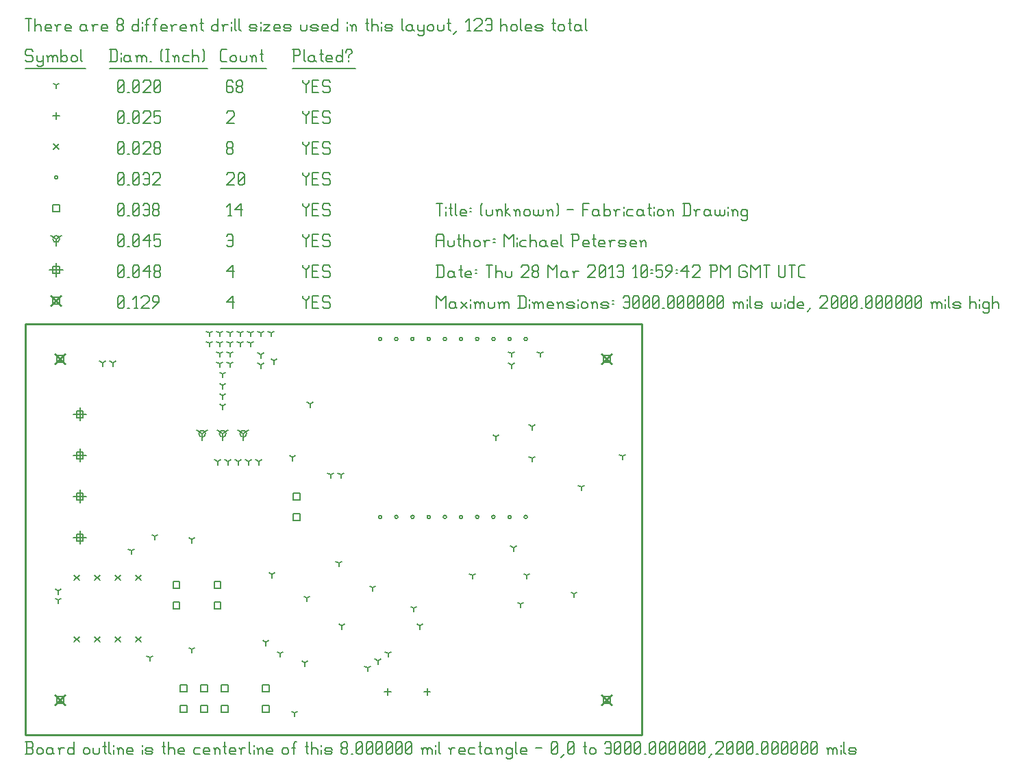
<source format=gbr>
G04 start of page 11 for group -3984 idx -3984 *
G04 Title: (unknown), fab *
G04 Creator: pcb 20110918 *
G04 CreationDate: Thu 28 Mar 2013 10:59:42 PM GMT UTC *
G04 For: railfan *
G04 Format: Gerber/RS-274X *
G04 PCB-Dimensions: 300000 200000 *
G04 PCB-Coordinate-Origin: lower left *
%MOIN*%
%FSLAX25Y25*%
%LNFAB*%
%ADD99C,0.0100*%
%ADD98C,0.0060*%
%ADD97R,0.0080X0.0080*%
%ADD96C,0.0001*%
G54D96*G36*
X14600Y19966D02*X19966Y14600D01*
X19400Y14034D01*
X14034Y19400D01*
X14600Y19966D01*
G37*
G36*
X14034Y14600D02*X19400Y19966D01*
X19966Y19400D01*
X14600Y14034D01*
X14034Y14600D01*
G37*
G54D97*X15400Y18600D02*X18600D01*
X15400D02*Y15400D01*
X18600D01*
Y18600D02*Y15400D01*
G54D96*G36*
X14600Y185966D02*X19966Y180600D01*
X19400Y180034D01*
X14034Y185400D01*
X14600Y185966D01*
G37*
G36*
X14034Y180600D02*X19400Y185966D01*
X19966Y185400D01*
X14600Y180034D01*
X14034Y180600D01*
G37*
G54D97*X15400Y184600D02*X18600D01*
X15400D02*Y181400D01*
X18600D01*
Y184600D02*Y181400D01*
G54D96*G36*
X280600Y185966D02*X285966Y180600D01*
X285400Y180034D01*
X280034Y185400D01*
X280600Y185966D01*
G37*
G36*
X280034Y180600D02*X285400Y185966D01*
X285966Y185400D01*
X280600Y180034D01*
X280034Y180600D01*
G37*
G54D97*X281400Y184600D02*X284600D01*
X281400D02*Y181400D01*
X284600D01*
Y184600D02*Y181400D01*
G54D96*G36*
X280600Y19966D02*X285966Y14600D01*
X285400Y14034D01*
X280034Y19400D01*
X280600Y19966D01*
G37*
G36*
X280034Y14600D02*X285400Y19966D01*
X285966Y19400D01*
X280600Y14034D01*
X280034Y14600D01*
G37*
G54D97*X281400Y18600D02*X284600D01*
X281400D02*Y15400D01*
X284600D01*
Y18600D02*Y15400D01*
G54D96*G36*
X12600Y214216D02*X17966Y208850D01*
X17400Y208284D01*
X12034Y213650D01*
X12600Y214216D01*
G37*
G36*
X12034Y208850D02*X17400Y214216D01*
X17966Y213650D01*
X12600Y208284D01*
X12034Y208850D01*
G37*
G54D97*X13400Y212850D02*X16600D01*
X13400D02*Y209650D01*
X16600D01*
Y212850D02*Y209650D01*
G54D98*X135000Y213500D02*Y212750D01*
X136500Y211250D01*
X138000Y212750D01*
Y213500D02*Y212750D01*
X136500Y211250D02*Y207500D01*
X139800Y210500D02*X142050D01*
X139800Y207500D02*X142800D01*
X139800Y213500D02*Y207500D01*
Y213500D02*X142800D01*
X147600D02*X148350Y212750D01*
X145350Y213500D02*X147600D01*
X144600Y212750D02*X145350Y213500D01*
X144600Y212750D02*Y211250D01*
X145350Y210500D01*
X147600D01*
X148350Y209750D01*
Y208250D01*
X147600Y207500D02*X148350Y208250D01*
X145350Y207500D02*X147600D01*
X144600Y208250D02*X145350Y207500D01*
X98000Y210500D02*X101000Y213500D01*
X98000Y210500D02*X101750D01*
X101000Y213500D02*Y207500D01*
X45000Y208250D02*X45750Y207500D01*
X45000Y212750D02*Y208250D01*
Y212750D02*X45750Y213500D01*
X47250D01*
X48000Y212750D01*
Y208250D01*
X47250Y207500D02*X48000Y208250D01*
X45750Y207500D02*X47250D01*
X45000Y209000D02*X48000Y212000D01*
X49800Y207500D02*X50550D01*
X53100D02*X54600D01*
X53850Y213500D02*Y207500D01*
X52350Y212000D02*X53850Y213500D01*
X56400Y212750D02*X57150Y213500D01*
X59400D01*
X60150Y212750D01*
Y211250D01*
X56400Y207500D02*X60150Y211250D01*
X56400Y207500D02*X60150D01*
X61950D02*X64950Y210500D01*
Y212750D02*Y210500D01*
X64200Y213500D02*X64950Y212750D01*
X62700Y213500D02*X64200D01*
X61950Y212750D02*X62700Y213500D01*
X61950Y212750D02*Y211250D01*
X62700Y210500D01*
X64950D01*
X26500Y119200D02*Y112800D01*
X23300Y116000D02*X29700D01*
X24900Y117600D02*X28100D01*
X24900D02*Y114400D01*
X28100D01*
Y117600D02*Y114400D01*
X26500Y99200D02*Y92800D01*
X23300Y96000D02*X29700D01*
X24900Y97600D02*X28100D01*
X24900D02*Y94400D01*
X28100D01*
Y97600D02*Y94400D01*
X26500Y159200D02*Y152800D01*
X23300Y156000D02*X29700D01*
X24900Y157600D02*X28100D01*
X24900D02*Y154400D01*
X28100D01*
Y157600D02*Y154400D01*
X26500Y139200D02*Y132800D01*
X23300Y136000D02*X29700D01*
X24900Y137600D02*X28100D01*
X24900D02*Y134400D01*
X28100D01*
Y137600D02*Y134400D01*
X15000Y229450D02*Y223050D01*
X11800Y226250D02*X18200D01*
X13400Y227850D02*X16600D01*
X13400D02*Y224650D01*
X16600D01*
Y227850D02*Y224650D01*
X135000Y228500D02*Y227750D01*
X136500Y226250D01*
X138000Y227750D01*
Y228500D02*Y227750D01*
X136500Y226250D02*Y222500D01*
X139800Y225500D02*X142050D01*
X139800Y222500D02*X142800D01*
X139800Y228500D02*Y222500D01*
Y228500D02*X142800D01*
X147600D02*X148350Y227750D01*
X145350Y228500D02*X147600D01*
X144600Y227750D02*X145350Y228500D01*
X144600Y227750D02*Y226250D01*
X145350Y225500D01*
X147600D01*
X148350Y224750D01*
Y223250D01*
X147600Y222500D02*X148350Y223250D01*
X145350Y222500D02*X147600D01*
X144600Y223250D02*X145350Y222500D01*
X98000Y225500D02*X101000Y228500D01*
X98000Y225500D02*X101750D01*
X101000Y228500D02*Y222500D01*
X45000Y223250D02*X45750Y222500D01*
X45000Y227750D02*Y223250D01*
Y227750D02*X45750Y228500D01*
X47250D01*
X48000Y227750D01*
Y223250D01*
X47250Y222500D02*X48000Y223250D01*
X45750Y222500D02*X47250D01*
X45000Y224000D02*X48000Y227000D01*
X49800Y222500D02*X50550D01*
X52350Y223250D02*X53100Y222500D01*
X52350Y227750D02*Y223250D01*
Y227750D02*X53100Y228500D01*
X54600D01*
X55350Y227750D01*
Y223250D01*
X54600Y222500D02*X55350Y223250D01*
X53100Y222500D02*X54600D01*
X52350Y224000D02*X55350Y227000D01*
X57150Y225500D02*X60150Y228500D01*
X57150Y225500D02*X60900D01*
X60150Y228500D02*Y222500D01*
X62700Y223250D02*X63450Y222500D01*
X62700Y224750D02*Y223250D01*
Y224750D02*X63450Y225500D01*
X64950D01*
X65700Y224750D01*
Y223250D01*
X64950Y222500D02*X65700Y223250D01*
X63450Y222500D02*X64950D01*
X62700Y226250D02*X63450Y225500D01*
X62700Y227750D02*Y226250D01*
Y227750D02*X63450Y228500D01*
X64950D01*
X65700Y227750D01*
Y226250D01*
X64950Y225500D02*X65700Y226250D01*
X106000Y146500D02*Y143300D01*
Y146500D02*X108773Y148100D01*
X106000Y146500D02*X103227Y148100D01*
X104400Y146500D02*G75*G03X107600Y146500I1600J0D01*G01*
G75*G03X104400Y146500I-1600J0D01*G01*
X96000D02*Y143300D01*
Y146500D02*X98773Y148100D01*
X96000Y146500D02*X93227Y148100D01*
X94400Y146500D02*G75*G03X97600Y146500I1600J0D01*G01*
G75*G03X94400Y146500I-1600J0D01*G01*
X86000D02*Y143300D01*
Y146500D02*X88773Y148100D01*
X86000Y146500D02*X83227Y148100D01*
X84400Y146500D02*G75*G03X87600Y146500I1600J0D01*G01*
G75*G03X84400Y146500I-1600J0D01*G01*
X15000Y241250D02*Y238050D01*
Y241250D02*X17773Y242850D01*
X15000Y241250D02*X12227Y242850D01*
X13400Y241250D02*G75*G03X16600Y241250I1600J0D01*G01*
G75*G03X13400Y241250I-1600J0D01*G01*
X135000Y243500D02*Y242750D01*
X136500Y241250D01*
X138000Y242750D01*
Y243500D02*Y242750D01*
X136500Y241250D02*Y237500D01*
X139800Y240500D02*X142050D01*
X139800Y237500D02*X142800D01*
X139800Y243500D02*Y237500D01*
Y243500D02*X142800D01*
X147600D02*X148350Y242750D01*
X145350Y243500D02*X147600D01*
X144600Y242750D02*X145350Y243500D01*
X144600Y242750D02*Y241250D01*
X145350Y240500D01*
X147600D01*
X148350Y239750D01*
Y238250D01*
X147600Y237500D02*X148350Y238250D01*
X145350Y237500D02*X147600D01*
X144600Y238250D02*X145350Y237500D01*
X98000Y242750D02*X98750Y243500D01*
X100250D01*
X101000Y242750D01*
Y238250D01*
X100250Y237500D02*X101000Y238250D01*
X98750Y237500D02*X100250D01*
X98000Y238250D02*X98750Y237500D01*
Y240500D02*X101000D01*
X45000Y238250D02*X45750Y237500D01*
X45000Y242750D02*Y238250D01*
Y242750D02*X45750Y243500D01*
X47250D01*
X48000Y242750D01*
Y238250D01*
X47250Y237500D02*X48000Y238250D01*
X45750Y237500D02*X47250D01*
X45000Y239000D02*X48000Y242000D01*
X49800Y237500D02*X50550D01*
X52350Y238250D02*X53100Y237500D01*
X52350Y242750D02*Y238250D01*
Y242750D02*X53100Y243500D01*
X54600D01*
X55350Y242750D01*
Y238250D01*
X54600Y237500D02*X55350Y238250D01*
X53100Y237500D02*X54600D01*
X52350Y239000D02*X55350Y242000D01*
X57150Y240500D02*X60150Y243500D01*
X57150Y240500D02*X60900D01*
X60150Y243500D02*Y237500D01*
X62700Y243500D02*X65700D01*
X62700D02*Y240500D01*
X63450Y241250D01*
X64950D01*
X65700Y240500D01*
Y238250D01*
X64950Y237500D02*X65700Y238250D01*
X63450Y237500D02*X64950D01*
X62700Y238250D02*X63450Y237500D01*
X95400Y24100D02*X98600D01*
X95400D02*Y20900D01*
X98600D01*
Y24100D02*Y20900D01*
X85400Y24100D02*X88600D01*
X85400D02*Y20900D01*
X88600D01*
Y24100D02*Y20900D01*
X75400Y24100D02*X78600D01*
X75400D02*Y20900D01*
X78600D01*
Y24100D02*Y20900D01*
X95400Y14100D02*X98600D01*
X95400D02*Y10900D01*
X98600D01*
Y14100D02*Y10900D01*
X85400Y14100D02*X88600D01*
X85400D02*Y10900D01*
X88600D01*
Y14100D02*Y10900D01*
X75400Y14100D02*X78600D01*
X75400D02*Y10900D01*
X78600D01*
Y14100D02*Y10900D01*
X130400Y107600D02*X133600D01*
X130400D02*Y104400D01*
X133600D01*
Y107600D02*Y104400D01*
X130400Y117600D02*X133600D01*
X130400D02*Y114400D01*
X133600D01*
Y117600D02*Y114400D01*
X91900Y74600D02*X95100D01*
X91900D02*Y71400D01*
X95100D01*
Y74600D02*Y71400D01*
X91900Y64600D02*X95100D01*
X91900D02*Y61400D01*
X95100D01*
Y64600D02*Y61400D01*
X71900Y74600D02*X75100D01*
X71900D02*Y71400D01*
X75100D01*
Y74600D02*Y71400D01*
X71900Y64600D02*X75100D01*
X71900D02*Y61400D01*
X75100D01*
Y64600D02*Y61400D01*
X115400Y24100D02*X118600D01*
X115400D02*Y20900D01*
X118600D01*
Y24100D02*Y20900D01*
X115400Y14100D02*X118600D01*
X115400D02*Y10900D01*
X118600D01*
Y14100D02*Y10900D01*
X13400Y257850D02*X16600D01*
X13400D02*Y254650D01*
X16600D01*
Y257850D02*Y254650D01*
X135000Y258500D02*Y257750D01*
X136500Y256250D01*
X138000Y257750D01*
Y258500D02*Y257750D01*
X136500Y256250D02*Y252500D01*
X139800Y255500D02*X142050D01*
X139800Y252500D02*X142800D01*
X139800Y258500D02*Y252500D01*
Y258500D02*X142800D01*
X147600D02*X148350Y257750D01*
X145350Y258500D02*X147600D01*
X144600Y257750D02*X145350Y258500D01*
X144600Y257750D02*Y256250D01*
X145350Y255500D01*
X147600D01*
X148350Y254750D01*
Y253250D01*
X147600Y252500D02*X148350Y253250D01*
X145350Y252500D02*X147600D01*
X144600Y253250D02*X145350Y252500D01*
X98750D02*X100250D01*
X99500Y258500D02*Y252500D01*
X98000Y257000D02*X99500Y258500D01*
X102050Y255500D02*X105050Y258500D01*
X102050Y255500D02*X105800D01*
X105050Y258500D02*Y252500D01*
X45000Y253250D02*X45750Y252500D01*
X45000Y257750D02*Y253250D01*
Y257750D02*X45750Y258500D01*
X47250D01*
X48000Y257750D01*
Y253250D01*
X47250Y252500D02*X48000Y253250D01*
X45750Y252500D02*X47250D01*
X45000Y254000D02*X48000Y257000D01*
X49800Y252500D02*X50550D01*
X52350Y253250D02*X53100Y252500D01*
X52350Y257750D02*Y253250D01*
Y257750D02*X53100Y258500D01*
X54600D01*
X55350Y257750D01*
Y253250D01*
X54600Y252500D02*X55350Y253250D01*
X53100Y252500D02*X54600D01*
X52350Y254000D02*X55350Y257000D01*
X57150Y257750D02*X57900Y258500D01*
X59400D01*
X60150Y257750D01*
Y253250D01*
X59400Y252500D02*X60150Y253250D01*
X57900Y252500D02*X59400D01*
X57150Y253250D02*X57900Y252500D01*
Y255500D02*X60150D01*
X61950Y253250D02*X62700Y252500D01*
X61950Y254750D02*Y253250D01*
Y254750D02*X62700Y255500D01*
X64200D01*
X64950Y254750D01*
Y253250D01*
X64200Y252500D02*X64950Y253250D01*
X62700Y252500D02*X64200D01*
X61950Y256250D02*X62700Y255500D01*
X61950Y257750D02*Y256250D01*
Y257750D02*X62700Y258500D01*
X64200D01*
X64950Y257750D01*
Y256250D01*
X64200Y255500D02*X64950Y256250D01*
X242696Y192614D02*G75*G03X244296Y192614I800J0D01*G01*
G75*G03X242696Y192614I-800J0D01*G01*
X234822D02*G75*G03X236422Y192614I800J0D01*G01*
G75*G03X234822Y192614I-800J0D01*G01*
X226948D02*G75*G03X228548Y192614I800J0D01*G01*
G75*G03X226948Y192614I-800J0D01*G01*
X219074D02*G75*G03X220674Y192614I800J0D01*G01*
G75*G03X219074Y192614I-800J0D01*G01*
X211200D02*G75*G03X212800Y192614I800J0D01*G01*
G75*G03X211200Y192614I-800J0D01*G01*
X203326D02*G75*G03X204926Y192614I800J0D01*G01*
G75*G03X203326Y192614I-800J0D01*G01*
X195452D02*G75*G03X197052Y192614I800J0D01*G01*
G75*G03X195452Y192614I-800J0D01*G01*
X187578D02*G75*G03X189178Y192614I800J0D01*G01*
G75*G03X187578Y192614I-800J0D01*G01*
X179704D02*G75*G03X181304Y192614I800J0D01*G01*
G75*G03X179704Y192614I-800J0D01*G01*
X171830D02*G75*G03X173430Y192614I800J0D01*G01*
G75*G03X171830Y192614I-800J0D01*G01*
X242696Y106000D02*G75*G03X244296Y106000I800J0D01*G01*
G75*G03X242696Y106000I-800J0D01*G01*
X234822D02*G75*G03X236422Y106000I800J0D01*G01*
G75*G03X234822Y106000I-800J0D01*G01*
X226948D02*G75*G03X228548Y106000I800J0D01*G01*
G75*G03X226948Y106000I-800J0D01*G01*
X219074D02*G75*G03X220674Y106000I800J0D01*G01*
G75*G03X219074Y106000I-800J0D01*G01*
X211200D02*G75*G03X212800Y106000I800J0D01*G01*
G75*G03X211200Y106000I-800J0D01*G01*
X203326D02*G75*G03X204926Y106000I800J0D01*G01*
G75*G03X203326Y106000I-800J0D01*G01*
X195452D02*G75*G03X197052Y106000I800J0D01*G01*
G75*G03X195452Y106000I-800J0D01*G01*
X187578D02*G75*G03X189178Y106000I800J0D01*G01*
G75*G03X187578Y106000I-800J0D01*G01*
X179704D02*G75*G03X181304Y106000I800J0D01*G01*
G75*G03X179704Y106000I-800J0D01*G01*
X171830D02*G75*G03X173430Y106000I800J0D01*G01*
G75*G03X171830Y106000I-800J0D01*G01*
X14200Y271250D02*G75*G03X15800Y271250I800J0D01*G01*
G75*G03X14200Y271250I-800J0D01*G01*
X135000Y273500D02*Y272750D01*
X136500Y271250D01*
X138000Y272750D01*
Y273500D02*Y272750D01*
X136500Y271250D02*Y267500D01*
X139800Y270500D02*X142050D01*
X139800Y267500D02*X142800D01*
X139800Y273500D02*Y267500D01*
Y273500D02*X142800D01*
X147600D02*X148350Y272750D01*
X145350Y273500D02*X147600D01*
X144600Y272750D02*X145350Y273500D01*
X144600Y272750D02*Y271250D01*
X145350Y270500D01*
X147600D01*
X148350Y269750D01*
Y268250D01*
X147600Y267500D02*X148350Y268250D01*
X145350Y267500D02*X147600D01*
X144600Y268250D02*X145350Y267500D01*
X98000Y272750D02*X98750Y273500D01*
X101000D01*
X101750Y272750D01*
Y271250D01*
X98000Y267500D02*X101750Y271250D01*
X98000Y267500D02*X101750D01*
X103550Y268250D02*X104300Y267500D01*
X103550Y272750D02*Y268250D01*
Y272750D02*X104300Y273500D01*
X105800D01*
X106550Y272750D01*
Y268250D01*
X105800Y267500D02*X106550Y268250D01*
X104300Y267500D02*X105800D01*
X103550Y269000D02*X106550Y272000D01*
X45000Y268250D02*X45750Y267500D01*
X45000Y272750D02*Y268250D01*
Y272750D02*X45750Y273500D01*
X47250D01*
X48000Y272750D01*
Y268250D01*
X47250Y267500D02*X48000Y268250D01*
X45750Y267500D02*X47250D01*
X45000Y269000D02*X48000Y272000D01*
X49800Y267500D02*X50550D01*
X52350Y268250D02*X53100Y267500D01*
X52350Y272750D02*Y268250D01*
Y272750D02*X53100Y273500D01*
X54600D01*
X55350Y272750D01*
Y268250D01*
X54600Y267500D02*X55350Y268250D01*
X53100Y267500D02*X54600D01*
X52350Y269000D02*X55350Y272000D01*
X57150Y272750D02*X57900Y273500D01*
X59400D01*
X60150Y272750D01*
Y268250D01*
X59400Y267500D02*X60150Y268250D01*
X57900Y267500D02*X59400D01*
X57150Y268250D02*X57900Y267500D01*
Y270500D02*X60150D01*
X61950Y272750D02*X62700Y273500D01*
X64950D01*
X65700Y272750D01*
Y271250D01*
X61950Y267500D02*X65700Y271250D01*
X61950Y267500D02*X65700D01*
X23800Y47700D02*X26200Y45300D01*
X23800D02*X26200Y47700D01*
X33800D02*X36200Y45300D01*
X33800D02*X36200Y47700D01*
X43800D02*X46200Y45300D01*
X43800D02*X46200Y47700D01*
X53800D02*X56200Y45300D01*
X53800D02*X56200Y47700D01*
X53800Y77700D02*X56200Y75300D01*
X53800D02*X56200Y77700D01*
X43800D02*X46200Y75300D01*
X43800D02*X46200Y77700D01*
X33800D02*X36200Y75300D01*
X33800D02*X36200Y77700D01*
X23800D02*X26200Y75300D01*
X23800D02*X26200Y77700D01*
X13800Y287450D02*X16200Y285050D01*
X13800D02*X16200Y287450D01*
X135000Y288500D02*Y287750D01*
X136500Y286250D01*
X138000Y287750D01*
Y288500D02*Y287750D01*
X136500Y286250D02*Y282500D01*
X139800Y285500D02*X142050D01*
X139800Y282500D02*X142800D01*
X139800Y288500D02*Y282500D01*
Y288500D02*X142800D01*
X147600D02*X148350Y287750D01*
X145350Y288500D02*X147600D01*
X144600Y287750D02*X145350Y288500D01*
X144600Y287750D02*Y286250D01*
X145350Y285500D01*
X147600D01*
X148350Y284750D01*
Y283250D01*
X147600Y282500D02*X148350Y283250D01*
X145350Y282500D02*X147600D01*
X144600Y283250D02*X145350Y282500D01*
X98000Y283250D02*X98750Y282500D01*
X98000Y284750D02*Y283250D01*
Y284750D02*X98750Y285500D01*
X100250D01*
X101000Y284750D01*
Y283250D01*
X100250Y282500D02*X101000Y283250D01*
X98750Y282500D02*X100250D01*
X98000Y286250D02*X98750Y285500D01*
X98000Y287750D02*Y286250D01*
Y287750D02*X98750Y288500D01*
X100250D01*
X101000Y287750D01*
Y286250D01*
X100250Y285500D02*X101000Y286250D01*
X45000Y283250D02*X45750Y282500D01*
X45000Y287750D02*Y283250D01*
Y287750D02*X45750Y288500D01*
X47250D01*
X48000Y287750D01*
Y283250D01*
X47250Y282500D02*X48000Y283250D01*
X45750Y282500D02*X47250D01*
X45000Y284000D02*X48000Y287000D01*
X49800Y282500D02*X50550D01*
X52350Y283250D02*X53100Y282500D01*
X52350Y287750D02*Y283250D01*
Y287750D02*X53100Y288500D01*
X54600D01*
X55350Y287750D01*
Y283250D01*
X54600Y282500D02*X55350Y283250D01*
X53100Y282500D02*X54600D01*
X52350Y284000D02*X55350Y287000D01*
X57150Y287750D02*X57900Y288500D01*
X60150D01*
X60900Y287750D01*
Y286250D01*
X57150Y282500D02*X60900Y286250D01*
X57150Y282500D02*X60900D01*
X62700Y283250D02*X63450Y282500D01*
X62700Y284750D02*Y283250D01*
Y284750D02*X63450Y285500D01*
X64950D01*
X65700Y284750D01*
Y283250D01*
X64950Y282500D02*X65700Y283250D01*
X63450Y282500D02*X64950D01*
X62700Y286250D02*X63450Y285500D01*
X62700Y287750D02*Y286250D01*
Y287750D02*X63450Y288500D01*
X64950D01*
X65700Y287750D01*
Y286250D01*
X64950Y285500D02*X65700Y286250D01*
X176288Y22600D02*Y19400D01*
X174688Y21000D02*X177888D01*
X195500Y22600D02*Y19400D01*
X193900Y21000D02*X197100D01*
X15000Y302850D02*Y299650D01*
X13400Y301250D02*X16600D01*
X135000Y303500D02*Y302750D01*
X136500Y301250D01*
X138000Y302750D01*
Y303500D02*Y302750D01*
X136500Y301250D02*Y297500D01*
X139800Y300500D02*X142050D01*
X139800Y297500D02*X142800D01*
X139800Y303500D02*Y297500D01*
Y303500D02*X142800D01*
X147600D02*X148350Y302750D01*
X145350Y303500D02*X147600D01*
X144600Y302750D02*X145350Y303500D01*
X144600Y302750D02*Y301250D01*
X145350Y300500D01*
X147600D01*
X148350Y299750D01*
Y298250D01*
X147600Y297500D02*X148350Y298250D01*
X145350Y297500D02*X147600D01*
X144600Y298250D02*X145350Y297500D01*
X98000Y302750D02*X98750Y303500D01*
X101000D01*
X101750Y302750D01*
Y301250D01*
X98000Y297500D02*X101750Y301250D01*
X98000Y297500D02*X101750D01*
X45000Y298250D02*X45750Y297500D01*
X45000Y302750D02*Y298250D01*
Y302750D02*X45750Y303500D01*
X47250D01*
X48000Y302750D01*
Y298250D01*
X47250Y297500D02*X48000Y298250D01*
X45750Y297500D02*X47250D01*
X45000Y299000D02*X48000Y302000D01*
X49800Y297500D02*X50550D01*
X52350Y298250D02*X53100Y297500D01*
X52350Y302750D02*Y298250D01*
Y302750D02*X53100Y303500D01*
X54600D01*
X55350Y302750D01*
Y298250D01*
X54600Y297500D02*X55350Y298250D01*
X53100Y297500D02*X54600D01*
X52350Y299000D02*X55350Y302000D01*
X57150Y302750D02*X57900Y303500D01*
X60150D01*
X60900Y302750D01*
Y301250D01*
X57150Y297500D02*X60900Y301250D01*
X57150Y297500D02*X60900D01*
X62700Y303500D02*X65700D01*
X62700D02*Y300500D01*
X63450Y301250D01*
X64950D01*
X65700Y300500D01*
Y298250D01*
X64950Y297500D02*X65700Y298250D01*
X63450Y297500D02*X64950D01*
X62700Y298250D02*X63450Y297500D01*
X130000Y135000D02*Y133400D01*
Y135000D02*X131387Y135800D01*
X130000Y135000D02*X128613Y135800D01*
X16000Y70000D02*Y68400D01*
Y70000D02*X17387Y70800D01*
X16000Y70000D02*X14613Y70800D01*
X138500Y161000D02*Y159400D01*
Y161000D02*X139887Y161800D01*
X138500Y161000D02*X137113Y161800D01*
X121000Y182000D02*Y180400D01*
Y182000D02*X122387Y182800D01*
X121000Y182000D02*X119613Y182800D01*
X119500Y195500D02*Y193900D01*
Y195500D02*X120887Y196300D01*
X119500Y195500D02*X118113Y196300D01*
X246500Y150000D02*Y148400D01*
Y150000D02*X247887Y150800D01*
X246500Y150000D02*X245113Y150800D01*
X246500Y134500D02*Y132900D01*
Y134500D02*X247887Y135300D01*
X246500Y134500D02*X245113Y135300D01*
X237500Y91000D02*Y89400D01*
Y91000D02*X238887Y91800D01*
X237500Y91000D02*X236113Y91800D01*
X16000Y65500D02*Y63900D01*
Y65500D02*X17387Y66300D01*
X16000Y65500D02*X14613Y66300D01*
X81000Y41500D02*Y39900D01*
Y41500D02*X82387Y42300D01*
X81000Y41500D02*X79613Y42300D01*
X60500Y37500D02*Y35900D01*
Y37500D02*X61887Y38300D01*
X60500Y37500D02*X59113Y38300D01*
X63000Y96500D02*Y94900D01*
Y96500D02*X64387Y97300D01*
X63000Y96500D02*X61613Y97300D01*
X267000Y68500D02*Y66900D01*
Y68500D02*X268387Y69300D01*
X267000Y68500D02*X265613Y69300D01*
X229000Y145000D02*Y143400D01*
Y145000D02*X230387Y145800D01*
X229000Y145000D02*X227613Y145800D01*
X131000Y10500D02*Y8900D01*
Y10500D02*X132387Y11300D01*
X131000Y10500D02*X129613Y11300D01*
X270500Y120500D02*Y118900D01*
Y120500D02*X271887Y121300D01*
X270500Y120500D02*X269113Y121300D01*
X244000Y77500D02*Y75900D01*
Y77500D02*X245387Y78300D01*
X244000Y77500D02*X242613Y78300D01*
X189000Y61500D02*Y59900D01*
Y61500D02*X190387Y62300D01*
X189000Y61500D02*X187613Y62300D01*
X290500Y135500D02*Y133900D01*
Y135500D02*X291887Y136300D01*
X290500Y135500D02*X289113Y136300D01*
X236500Y185500D02*Y183900D01*
Y185500D02*X237887Y186300D01*
X236500Y185500D02*X235113Y186300D01*
X42500Y181000D02*Y179400D01*
Y181000D02*X43887Y181800D01*
X42500Y181000D02*X41113Y181800D01*
X37500Y181000D02*Y179400D01*
Y181000D02*X38887Y181800D01*
X37500Y181000D02*X36113Y181800D01*
X250500Y185500D02*Y183900D01*
Y185500D02*X251887Y186300D01*
X250500Y185500D02*X249113Y186300D01*
X236500Y180000D02*Y178400D01*
Y180000D02*X237887Y180800D01*
X236500Y180000D02*X235113Y180800D01*
X166500Y32500D02*Y30900D01*
Y32500D02*X167887Y33300D01*
X166500Y32500D02*X165113Y33300D01*
X117000Y45000D02*Y43400D01*
Y45000D02*X118387Y45800D01*
X117000Y45000D02*X115613Y45800D01*
X171500Y36000D02*Y34400D01*
Y36000D02*X172887Y36800D01*
X171500Y36000D02*X170113Y36800D01*
X120000Y78000D02*Y76400D01*
Y78000D02*X121387Y78800D01*
X120000Y78000D02*X118613Y78800D01*
X152500Y83500D02*Y81900D01*
Y83500D02*X153887Y84300D01*
X152500Y83500D02*X151113Y84300D01*
X137000Y66500D02*Y64900D01*
Y66500D02*X138387Y67300D01*
X137000Y66500D02*X135613Y67300D01*
X169000Y71500D02*Y69900D01*
Y71500D02*X170387Y72300D01*
X169000Y71500D02*X167613Y72300D01*
X154000Y53000D02*Y51400D01*
Y53000D02*X155387Y53800D01*
X154000Y53000D02*X152613Y53800D01*
X241000Y63500D02*Y61900D01*
Y63500D02*X242387Y64300D01*
X241000Y63500D02*X239613Y64300D01*
X136000Y35000D02*Y33400D01*
Y35000D02*X137387Y35800D01*
X136000Y35000D02*X134613Y35800D01*
X176500Y39500D02*Y37900D01*
Y39500D02*X177887Y40300D01*
X176500Y39500D02*X175113Y40300D01*
X192000Y53000D02*Y51400D01*
Y53000D02*X193387Y53800D01*
X192000Y53000D02*X190613Y53800D01*
X217500Y77500D02*Y75900D01*
Y77500D02*X218887Y78300D01*
X217500Y77500D02*X216113Y78300D01*
X124000Y39500D02*Y37900D01*
Y39500D02*X125387Y40300D01*
X124000Y39500D02*X122613Y40300D01*
X96000Y160000D02*Y158400D01*
Y160000D02*X97387Y160800D01*
X96000Y160000D02*X94613Y160800D01*
X96000Y165000D02*Y163400D01*
Y165000D02*X97387Y165800D01*
X96000Y165000D02*X94613Y165800D01*
X96000Y170000D02*Y168400D01*
Y170000D02*X97387Y170800D01*
X96000Y170000D02*X94613Y170800D01*
X94500Y180500D02*Y178900D01*
Y180500D02*X95887Y181300D01*
X94500Y180500D02*X93113Y181300D01*
X109500Y190500D02*Y188900D01*
Y190500D02*X110887Y191300D01*
X109500Y190500D02*X108113Y191300D01*
X99500Y185500D02*Y183900D01*
Y185500D02*X100887Y186300D01*
X99500Y185500D02*X98113Y186300D01*
X94500Y190500D02*Y188900D01*
Y190500D02*X95887Y191300D01*
X94500Y190500D02*X93113Y191300D01*
X99500Y180500D02*Y178900D01*
Y180500D02*X100887Y181300D01*
X99500Y180500D02*X98113Y181300D01*
X94500Y185500D02*Y183900D01*
Y185500D02*X95887Y186300D01*
X94500Y185500D02*X93113Y186300D01*
X104500Y190500D02*Y188900D01*
Y190500D02*X105887Y191300D01*
X104500Y190500D02*X103113Y191300D01*
X89500Y190500D02*Y188900D01*
Y190500D02*X90887Y191300D01*
X89500Y190500D02*X88113Y191300D01*
X99500Y190500D02*Y188900D01*
Y190500D02*X100887Y191300D01*
X99500Y190500D02*X98113Y191300D01*
X96000Y175500D02*Y173900D01*
Y175500D02*X97387Y176300D01*
X96000Y175500D02*X94613Y176300D01*
X89500Y195500D02*Y193900D01*
Y195500D02*X90887Y196300D01*
X89500Y195500D02*X88113Y196300D01*
X94500Y195500D02*Y193900D01*
Y195500D02*X95887Y196300D01*
X94500Y195500D02*X93113Y196300D01*
X99500Y195500D02*Y193900D01*
Y195500D02*X100887Y196300D01*
X99500Y195500D02*X98113Y196300D01*
X104500Y195500D02*Y193900D01*
Y195500D02*X105887Y196300D01*
X104500Y195500D02*X103113Y196300D01*
X109500Y195500D02*Y193900D01*
Y195500D02*X110887Y196300D01*
X109500Y195500D02*X108113Y196300D01*
X114500Y195500D02*Y193900D01*
Y195500D02*X115887Y196300D01*
X114500Y195500D02*X113113Y196300D01*
X114500Y185000D02*Y183400D01*
Y185000D02*X115887Y185800D01*
X114500Y185000D02*X113113Y185800D01*
X114500Y180000D02*Y178400D01*
Y180000D02*X115887Y180800D01*
X114500Y180000D02*X113113Y180800D01*
X113500Y133000D02*Y131400D01*
Y133000D02*X114887Y133800D01*
X113500Y133000D02*X112113Y133800D01*
X108500Y133000D02*Y131400D01*
Y133000D02*X109887Y133800D01*
X108500Y133000D02*X107113Y133800D01*
X103500Y133000D02*Y131400D01*
Y133000D02*X104887Y133800D01*
X103500Y133000D02*X102113Y133800D01*
X98500Y133000D02*Y131400D01*
Y133000D02*X99887Y133800D01*
X98500Y133000D02*X97113Y133800D01*
X93500Y133000D02*Y131400D01*
Y133000D02*X94887Y133800D01*
X93500Y133000D02*X92113Y133800D01*
X81000Y95000D02*Y93400D01*
Y95000D02*X82387Y95800D01*
X81000Y95000D02*X79613Y95800D01*
X148500Y126500D02*Y124900D01*
Y126500D02*X149887Y127300D01*
X148500Y126500D02*X147113Y127300D01*
X153500Y126500D02*Y124900D01*
Y126500D02*X154887Y127300D01*
X153500Y126500D02*X152113Y127300D01*
X51500Y89500D02*Y87900D01*
Y89500D02*X52887Y90300D01*
X51500Y89500D02*X50113Y90300D01*
X15000Y316250D02*Y314650D01*
Y316250D02*X16387Y317050D01*
X15000Y316250D02*X13613Y317050D01*
X135000Y318500D02*Y317750D01*
X136500Y316250D01*
X138000Y317750D01*
Y318500D02*Y317750D01*
X136500Y316250D02*Y312500D01*
X139800Y315500D02*X142050D01*
X139800Y312500D02*X142800D01*
X139800Y318500D02*Y312500D01*
Y318500D02*X142800D01*
X147600D02*X148350Y317750D01*
X145350Y318500D02*X147600D01*
X144600Y317750D02*X145350Y318500D01*
X144600Y317750D02*Y316250D01*
X145350Y315500D01*
X147600D01*
X148350Y314750D01*
Y313250D01*
X147600Y312500D02*X148350Y313250D01*
X145350Y312500D02*X147600D01*
X144600Y313250D02*X145350Y312500D01*
X100250Y318500D02*X101000Y317750D01*
X98750Y318500D02*X100250D01*
X98000Y317750D02*X98750Y318500D01*
X98000Y317750D02*Y313250D01*
X98750Y312500D01*
X100250Y315500D02*X101000Y314750D01*
X98000Y315500D02*X100250D01*
X98750Y312500D02*X100250D01*
X101000Y313250D01*
Y314750D02*Y313250D01*
X102800D02*X103550Y312500D01*
X102800Y314750D02*Y313250D01*
Y314750D02*X103550Y315500D01*
X105050D01*
X105800Y314750D01*
Y313250D01*
X105050Y312500D02*X105800Y313250D01*
X103550Y312500D02*X105050D01*
X102800Y316250D02*X103550Y315500D01*
X102800Y317750D02*Y316250D01*
Y317750D02*X103550Y318500D01*
X105050D01*
X105800Y317750D01*
Y316250D01*
X105050Y315500D02*X105800Y316250D01*
X45000Y313250D02*X45750Y312500D01*
X45000Y317750D02*Y313250D01*
Y317750D02*X45750Y318500D01*
X47250D01*
X48000Y317750D01*
Y313250D01*
X47250Y312500D02*X48000Y313250D01*
X45750Y312500D02*X47250D01*
X45000Y314000D02*X48000Y317000D01*
X49800Y312500D02*X50550D01*
X52350Y313250D02*X53100Y312500D01*
X52350Y317750D02*Y313250D01*
Y317750D02*X53100Y318500D01*
X54600D01*
X55350Y317750D01*
Y313250D01*
X54600Y312500D02*X55350Y313250D01*
X53100Y312500D02*X54600D01*
X52350Y314000D02*X55350Y317000D01*
X57150Y317750D02*X57900Y318500D01*
X60150D01*
X60900Y317750D01*
Y316250D01*
X57150Y312500D02*X60900Y316250D01*
X57150Y312500D02*X60900D01*
X62700Y313250D02*X63450Y312500D01*
X62700Y317750D02*Y313250D01*
Y317750D02*X63450Y318500D01*
X64950D01*
X65700Y317750D01*
Y313250D01*
X64950Y312500D02*X65700Y313250D01*
X63450Y312500D02*X64950D01*
X62700Y314000D02*X65700Y317000D01*
X3000Y333500D02*X3750Y332750D01*
X750Y333500D02*X3000D01*
X0Y332750D02*X750Y333500D01*
X0Y332750D02*Y331250D01*
X750Y330500D01*
X3000D01*
X3750Y329750D01*
Y328250D01*
X3000Y327500D02*X3750Y328250D01*
X750Y327500D02*X3000D01*
X0Y328250D02*X750Y327500D01*
X5550Y330500D02*Y328250D01*
X6300Y327500D01*
X8550Y330500D02*Y326000D01*
X7800Y325250D02*X8550Y326000D01*
X6300Y325250D02*X7800D01*
X5550Y326000D02*X6300Y325250D01*
Y327500D02*X7800D01*
X8550Y328250D01*
X11100Y329750D02*Y327500D01*
Y329750D02*X11850Y330500D01*
X12600D01*
X13350Y329750D01*
Y327500D01*
Y329750D02*X14100Y330500D01*
X14850D01*
X15600Y329750D01*
Y327500D01*
X10350Y330500D02*X11100Y329750D01*
X17400Y333500D02*Y327500D01*
Y328250D02*X18150Y327500D01*
X19650D01*
X20400Y328250D01*
Y329750D02*Y328250D01*
X19650Y330500D02*X20400Y329750D01*
X18150Y330500D02*X19650D01*
X17400Y329750D02*X18150Y330500D01*
X22200Y329750D02*Y328250D01*
Y329750D02*X22950Y330500D01*
X24450D01*
X25200Y329750D01*
Y328250D01*
X24450Y327500D02*X25200Y328250D01*
X22950Y327500D02*X24450D01*
X22200Y328250D02*X22950Y327500D01*
X27000Y333500D02*Y328250D01*
X27750Y327500D01*
X0Y324250D02*X29250D01*
X41750Y333500D02*Y327500D01*
X44000Y333500D02*X44750Y332750D01*
Y328250D01*
X44000Y327500D02*X44750Y328250D01*
X41000Y327500D02*X44000D01*
X41000Y333500D02*X44000D01*
X46550Y332000D02*Y331250D01*
Y329750D02*Y327500D01*
X50300Y330500D02*X51050Y329750D01*
X48800Y330500D02*X50300D01*
X48050Y329750D02*X48800Y330500D01*
X48050Y329750D02*Y328250D01*
X48800Y327500D01*
X51050Y330500D02*Y328250D01*
X51800Y327500D01*
X48800D02*X50300D01*
X51050Y328250D01*
X54350Y329750D02*Y327500D01*
Y329750D02*X55100Y330500D01*
X55850D01*
X56600Y329750D01*
Y327500D01*
Y329750D02*X57350Y330500D01*
X58100D01*
X58850Y329750D01*
Y327500D01*
X53600Y330500D02*X54350Y329750D01*
X60650Y327500D02*X61400D01*
X65900Y328250D02*X66650Y327500D01*
X65900Y332750D02*X66650Y333500D01*
X65900Y332750D02*Y328250D01*
X68450Y333500D02*X69950D01*
X69200D02*Y327500D01*
X68450D02*X69950D01*
X72500Y329750D02*Y327500D01*
Y329750D02*X73250Y330500D01*
X74000D01*
X74750Y329750D01*
Y327500D01*
X71750Y330500D02*X72500Y329750D01*
X77300Y330500D02*X79550D01*
X76550Y329750D02*X77300Y330500D01*
X76550Y329750D02*Y328250D01*
X77300Y327500D01*
X79550D01*
X81350Y333500D02*Y327500D01*
Y329750D02*X82100Y330500D01*
X83600D01*
X84350Y329750D01*
Y327500D01*
X86150Y333500D02*X86900Y332750D01*
Y328250D01*
X86150Y327500D02*X86900Y328250D01*
X41000Y324250D02*X88700D01*
X95750Y327500D02*X98000D01*
X95000Y328250D02*X95750Y327500D01*
X95000Y332750D02*Y328250D01*
Y332750D02*X95750Y333500D01*
X98000D01*
X99800Y329750D02*Y328250D01*
Y329750D02*X100550Y330500D01*
X102050D01*
X102800Y329750D01*
Y328250D01*
X102050Y327500D02*X102800Y328250D01*
X100550Y327500D02*X102050D01*
X99800Y328250D02*X100550Y327500D01*
X104600Y330500D02*Y328250D01*
X105350Y327500D01*
X106850D01*
X107600Y328250D01*
Y330500D02*Y328250D01*
X110150Y329750D02*Y327500D01*
Y329750D02*X110900Y330500D01*
X111650D01*
X112400Y329750D01*
Y327500D01*
X109400Y330500D02*X110150Y329750D01*
X114950Y333500D02*Y328250D01*
X115700Y327500D01*
X114200Y331250D02*X115700D01*
X95000Y324250D02*X117200D01*
X130750Y333500D02*Y327500D01*
X130000Y333500D02*X133000D01*
X133750Y332750D01*
Y331250D01*
X133000Y330500D02*X133750Y331250D01*
X130750Y330500D02*X133000D01*
X135550Y333500D02*Y328250D01*
X136300Y327500D01*
X140050Y330500D02*X140800Y329750D01*
X138550Y330500D02*X140050D01*
X137800Y329750D02*X138550Y330500D01*
X137800Y329750D02*Y328250D01*
X138550Y327500D01*
X140800Y330500D02*Y328250D01*
X141550Y327500D01*
X138550D02*X140050D01*
X140800Y328250D01*
X144100Y333500D02*Y328250D01*
X144850Y327500D01*
X143350Y331250D02*X144850D01*
X147100Y327500D02*X149350D01*
X146350Y328250D02*X147100Y327500D01*
X146350Y329750D02*Y328250D01*
Y329750D02*X147100Y330500D01*
X148600D01*
X149350Y329750D01*
X146350Y329000D02*X149350D01*
Y329750D02*Y329000D01*
X154150Y333500D02*Y327500D01*
X153400D02*X154150Y328250D01*
X151900Y327500D02*X153400D01*
X151150Y328250D02*X151900Y327500D01*
X151150Y329750D02*Y328250D01*
Y329750D02*X151900Y330500D01*
X153400D01*
X154150Y329750D01*
X157450Y330500D02*Y329750D01*
Y328250D02*Y327500D01*
X155950Y332750D02*Y332000D01*
Y332750D02*X156700Y333500D01*
X158200D01*
X158950Y332750D01*
Y332000D01*
X157450Y330500D02*X158950Y332000D01*
X130000Y324250D02*X160750D01*
X0Y348500D02*X3000D01*
X1500D02*Y342500D01*
X4800Y348500D02*Y342500D01*
Y344750D02*X5550Y345500D01*
X7050D01*
X7800Y344750D01*
Y342500D01*
X10350D02*X12600D01*
X9600Y343250D02*X10350Y342500D01*
X9600Y344750D02*Y343250D01*
Y344750D02*X10350Y345500D01*
X11850D01*
X12600Y344750D01*
X9600Y344000D02*X12600D01*
Y344750D02*Y344000D01*
X15150Y344750D02*Y342500D01*
Y344750D02*X15900Y345500D01*
X17400D01*
X14400D02*X15150Y344750D01*
X19950Y342500D02*X22200D01*
X19200Y343250D02*X19950Y342500D01*
X19200Y344750D02*Y343250D01*
Y344750D02*X19950Y345500D01*
X21450D01*
X22200Y344750D01*
X19200Y344000D02*X22200D01*
Y344750D02*Y344000D01*
X28950Y345500D02*X29700Y344750D01*
X27450Y345500D02*X28950D01*
X26700Y344750D02*X27450Y345500D01*
X26700Y344750D02*Y343250D01*
X27450Y342500D01*
X29700Y345500D02*Y343250D01*
X30450Y342500D01*
X27450D02*X28950D01*
X29700Y343250D01*
X33000Y344750D02*Y342500D01*
Y344750D02*X33750Y345500D01*
X35250D01*
X32250D02*X33000Y344750D01*
X37800Y342500D02*X40050D01*
X37050Y343250D02*X37800Y342500D01*
X37050Y344750D02*Y343250D01*
Y344750D02*X37800Y345500D01*
X39300D01*
X40050Y344750D01*
X37050Y344000D02*X40050D01*
Y344750D02*Y344000D01*
X44550Y343250D02*X45300Y342500D01*
X44550Y344750D02*Y343250D01*
Y344750D02*X45300Y345500D01*
X46800D01*
X47550Y344750D01*
Y343250D01*
X46800Y342500D02*X47550Y343250D01*
X45300Y342500D02*X46800D01*
X44550Y346250D02*X45300Y345500D01*
X44550Y347750D02*Y346250D01*
Y347750D02*X45300Y348500D01*
X46800D01*
X47550Y347750D01*
Y346250D01*
X46800Y345500D02*X47550Y346250D01*
X55050Y348500D02*Y342500D01*
X54300D02*X55050Y343250D01*
X52800Y342500D02*X54300D01*
X52050Y343250D02*X52800Y342500D01*
X52050Y344750D02*Y343250D01*
Y344750D02*X52800Y345500D01*
X54300D01*
X55050Y344750D01*
X56850Y347000D02*Y346250D01*
Y344750D02*Y342500D01*
X59100Y347750D02*Y342500D01*
Y347750D02*X59850Y348500D01*
X60600D01*
X58350Y345500D02*X59850D01*
X62850Y347750D02*Y342500D01*
Y347750D02*X63600Y348500D01*
X64350D01*
X62100Y345500D02*X63600D01*
X66600Y342500D02*X68850D01*
X65850Y343250D02*X66600Y342500D01*
X65850Y344750D02*Y343250D01*
Y344750D02*X66600Y345500D01*
X68100D01*
X68850Y344750D01*
X65850Y344000D02*X68850D01*
Y344750D02*Y344000D01*
X71400Y344750D02*Y342500D01*
Y344750D02*X72150Y345500D01*
X73650D01*
X70650D02*X71400Y344750D01*
X76200Y342500D02*X78450D01*
X75450Y343250D02*X76200Y342500D01*
X75450Y344750D02*Y343250D01*
Y344750D02*X76200Y345500D01*
X77700D01*
X78450Y344750D01*
X75450Y344000D02*X78450D01*
Y344750D02*Y344000D01*
X81000Y344750D02*Y342500D01*
Y344750D02*X81750Y345500D01*
X82500D01*
X83250Y344750D01*
Y342500D01*
X80250Y345500D02*X81000Y344750D01*
X85800Y348500D02*Y343250D01*
X86550Y342500D01*
X85050Y346250D02*X86550D01*
X93750Y348500D02*Y342500D01*
X93000D02*X93750Y343250D01*
X91500Y342500D02*X93000D01*
X90750Y343250D02*X91500Y342500D01*
X90750Y344750D02*Y343250D01*
Y344750D02*X91500Y345500D01*
X93000D01*
X93750Y344750D01*
X96300D02*Y342500D01*
Y344750D02*X97050Y345500D01*
X98550D01*
X95550D02*X96300Y344750D01*
X100350Y347000D02*Y346250D01*
Y344750D02*Y342500D01*
X101850Y348500D02*Y343250D01*
X102600Y342500D01*
X104100Y348500D02*Y343250D01*
X104850Y342500D01*
X109800D02*X112050D01*
X112800Y343250D01*
X112050Y344000D02*X112800Y343250D01*
X109800Y344000D02*X112050D01*
X109050Y344750D02*X109800Y344000D01*
X109050Y344750D02*X109800Y345500D01*
X112050D01*
X112800Y344750D01*
X109050Y343250D02*X109800Y342500D01*
X114600Y347000D02*Y346250D01*
Y344750D02*Y342500D01*
X116100Y345500D02*X119100D01*
X116100Y342500D02*X119100Y345500D01*
X116100Y342500D02*X119100D01*
X121650D02*X123900D01*
X120900Y343250D02*X121650Y342500D01*
X120900Y344750D02*Y343250D01*
Y344750D02*X121650Y345500D01*
X123150D01*
X123900Y344750D01*
X120900Y344000D02*X123900D01*
Y344750D02*Y344000D01*
X126450Y342500D02*X128700D01*
X129450Y343250D01*
X128700Y344000D02*X129450Y343250D01*
X126450Y344000D02*X128700D01*
X125700Y344750D02*X126450Y344000D01*
X125700Y344750D02*X126450Y345500D01*
X128700D01*
X129450Y344750D01*
X125700Y343250D02*X126450Y342500D01*
X133950Y345500D02*Y343250D01*
X134700Y342500D01*
X136200D01*
X136950Y343250D01*
Y345500D02*Y343250D01*
X139500Y342500D02*X141750D01*
X142500Y343250D01*
X141750Y344000D02*X142500Y343250D01*
X139500Y344000D02*X141750D01*
X138750Y344750D02*X139500Y344000D01*
X138750Y344750D02*X139500Y345500D01*
X141750D01*
X142500Y344750D01*
X138750Y343250D02*X139500Y342500D01*
X145050D02*X147300D01*
X144300Y343250D02*X145050Y342500D01*
X144300Y344750D02*Y343250D01*
Y344750D02*X145050Y345500D01*
X146550D01*
X147300Y344750D01*
X144300Y344000D02*X147300D01*
Y344750D02*Y344000D01*
X152100Y348500D02*Y342500D01*
X151350D02*X152100Y343250D01*
X149850Y342500D02*X151350D01*
X149100Y343250D02*X149850Y342500D01*
X149100Y344750D02*Y343250D01*
Y344750D02*X149850Y345500D01*
X151350D01*
X152100Y344750D01*
X156600Y347000D02*Y346250D01*
Y344750D02*Y342500D01*
X158850Y344750D02*Y342500D01*
Y344750D02*X159600Y345500D01*
X160350D01*
X161100Y344750D01*
Y342500D01*
X158100Y345500D02*X158850Y344750D01*
X166350Y348500D02*Y343250D01*
X167100Y342500D01*
X165600Y346250D02*X167100D01*
X168600Y348500D02*Y342500D01*
Y344750D02*X169350Y345500D01*
X170850D01*
X171600Y344750D01*
Y342500D01*
X173400Y347000D02*Y346250D01*
Y344750D02*Y342500D01*
X175650D02*X177900D01*
X178650Y343250D01*
X177900Y344000D02*X178650Y343250D01*
X175650Y344000D02*X177900D01*
X174900Y344750D02*X175650Y344000D01*
X174900Y344750D02*X175650Y345500D01*
X177900D01*
X178650Y344750D01*
X174900Y343250D02*X175650Y342500D01*
X183150Y348500D02*Y343250D01*
X183900Y342500D01*
X187650Y345500D02*X188400Y344750D01*
X186150Y345500D02*X187650D01*
X185400Y344750D02*X186150Y345500D01*
X185400Y344750D02*Y343250D01*
X186150Y342500D01*
X188400Y345500D02*Y343250D01*
X189150Y342500D01*
X186150D02*X187650D01*
X188400Y343250D01*
X190950Y345500D02*Y343250D01*
X191700Y342500D01*
X193950Y345500D02*Y341000D01*
X193200Y340250D02*X193950Y341000D01*
X191700Y340250D02*X193200D01*
X190950Y341000D02*X191700Y340250D01*
Y342500D02*X193200D01*
X193950Y343250D01*
X195750Y344750D02*Y343250D01*
Y344750D02*X196500Y345500D01*
X198000D01*
X198750Y344750D01*
Y343250D01*
X198000Y342500D02*X198750Y343250D01*
X196500Y342500D02*X198000D01*
X195750Y343250D02*X196500Y342500D01*
X200550Y345500D02*Y343250D01*
X201300Y342500D01*
X202800D01*
X203550Y343250D01*
Y345500D02*Y343250D01*
X206100Y348500D02*Y343250D01*
X206850Y342500D01*
X205350Y346250D02*X206850D01*
X208350Y341000D02*X209850Y342500D01*
X215100D02*X216600D01*
X215850Y348500D02*Y342500D01*
X214350Y347000D02*X215850Y348500D01*
X218400Y347750D02*X219150Y348500D01*
X221400D01*
X222150Y347750D01*
Y346250D01*
X218400Y342500D02*X222150Y346250D01*
X218400Y342500D02*X222150D01*
X223950Y347750D02*X224700Y348500D01*
X226200D01*
X226950Y347750D01*
Y343250D01*
X226200Y342500D02*X226950Y343250D01*
X224700Y342500D02*X226200D01*
X223950Y343250D02*X224700Y342500D01*
Y345500D02*X226950D01*
X231450Y348500D02*Y342500D01*
Y344750D02*X232200Y345500D01*
X233700D01*
X234450Y344750D01*
Y342500D01*
X236250Y344750D02*Y343250D01*
Y344750D02*X237000Y345500D01*
X238500D01*
X239250Y344750D01*
Y343250D01*
X238500Y342500D02*X239250Y343250D01*
X237000Y342500D02*X238500D01*
X236250Y343250D02*X237000Y342500D01*
X241050Y348500D02*Y343250D01*
X241800Y342500D01*
X244050D02*X246300D01*
X243300Y343250D02*X244050Y342500D01*
X243300Y344750D02*Y343250D01*
Y344750D02*X244050Y345500D01*
X245550D01*
X246300Y344750D01*
X243300Y344000D02*X246300D01*
Y344750D02*Y344000D01*
X248850Y342500D02*X251100D01*
X251850Y343250D01*
X251100Y344000D02*X251850Y343250D01*
X248850Y344000D02*X251100D01*
X248100Y344750D02*X248850Y344000D01*
X248100Y344750D02*X248850Y345500D01*
X251100D01*
X251850Y344750D01*
X248100Y343250D02*X248850Y342500D01*
X257100Y348500D02*Y343250D01*
X257850Y342500D01*
X256350Y346250D02*X257850D01*
X259350Y344750D02*Y343250D01*
Y344750D02*X260100Y345500D01*
X261600D01*
X262350Y344750D01*
Y343250D01*
X261600Y342500D02*X262350Y343250D01*
X260100Y342500D02*X261600D01*
X259350Y343250D02*X260100Y342500D01*
X264900Y348500D02*Y343250D01*
X265650Y342500D01*
X264150Y346250D02*X265650D01*
X269400Y345500D02*X270150Y344750D01*
X267900Y345500D02*X269400D01*
X267150Y344750D02*X267900Y345500D01*
X267150Y344750D02*Y343250D01*
X267900Y342500D01*
X270150Y345500D02*Y343250D01*
X270900Y342500D01*
X267900D02*X269400D01*
X270150Y343250D01*
X272700Y348500D02*Y343250D01*
X273450Y342500D01*
G54D99*X0Y200000D02*X300000D01*
X0D02*Y0D01*
X300000Y200000D02*Y0D01*
X0D02*X300000D01*
G54D98*X200000Y213500D02*Y207500D01*
Y213500D02*X202250Y211250D01*
X204500Y213500D01*
Y207500D01*
X208550Y210500D02*X209300Y209750D01*
X207050Y210500D02*X208550D01*
X206300Y209750D02*X207050Y210500D01*
X206300Y209750D02*Y208250D01*
X207050Y207500D01*
X209300Y210500D02*Y208250D01*
X210050Y207500D01*
X207050D02*X208550D01*
X209300Y208250D01*
X211850Y210500D02*X214850Y207500D01*
X211850D02*X214850Y210500D01*
X216650Y212000D02*Y211250D01*
Y209750D02*Y207500D01*
X218900Y209750D02*Y207500D01*
Y209750D02*X219650Y210500D01*
X220400D01*
X221150Y209750D01*
Y207500D01*
Y209750D02*X221900Y210500D01*
X222650D01*
X223400Y209750D01*
Y207500D01*
X218150Y210500D02*X218900Y209750D01*
X225200Y210500D02*Y208250D01*
X225950Y207500D01*
X227450D01*
X228200Y208250D01*
Y210500D02*Y208250D01*
X230750Y209750D02*Y207500D01*
Y209750D02*X231500Y210500D01*
X232250D01*
X233000Y209750D01*
Y207500D01*
Y209750D02*X233750Y210500D01*
X234500D01*
X235250Y209750D01*
Y207500D01*
X230000Y210500D02*X230750Y209750D01*
X240500Y213500D02*Y207500D01*
X242750Y213500D02*X243500Y212750D01*
Y208250D01*
X242750Y207500D02*X243500Y208250D01*
X239750Y207500D02*X242750D01*
X239750Y213500D02*X242750D01*
X245300Y212000D02*Y211250D01*
Y209750D02*Y207500D01*
X247550Y209750D02*Y207500D01*
Y209750D02*X248300Y210500D01*
X249050D01*
X249800Y209750D01*
Y207500D01*
Y209750D02*X250550Y210500D01*
X251300D01*
X252050Y209750D01*
Y207500D01*
X246800Y210500D02*X247550Y209750D01*
X254600Y207500D02*X256850D01*
X253850Y208250D02*X254600Y207500D01*
X253850Y209750D02*Y208250D01*
Y209750D02*X254600Y210500D01*
X256100D01*
X256850Y209750D01*
X253850Y209000D02*X256850D01*
Y209750D02*Y209000D01*
X259400Y209750D02*Y207500D01*
Y209750D02*X260150Y210500D01*
X260900D01*
X261650Y209750D01*
Y207500D01*
X258650Y210500D02*X259400Y209750D01*
X264200Y207500D02*X266450D01*
X267200Y208250D01*
X266450Y209000D02*X267200Y208250D01*
X264200Y209000D02*X266450D01*
X263450Y209750D02*X264200Y209000D01*
X263450Y209750D02*X264200Y210500D01*
X266450D01*
X267200Y209750D01*
X263450Y208250D02*X264200Y207500D01*
X269000Y212000D02*Y211250D01*
Y209750D02*Y207500D01*
X270500Y209750D02*Y208250D01*
Y209750D02*X271250Y210500D01*
X272750D01*
X273500Y209750D01*
Y208250D01*
X272750Y207500D02*X273500Y208250D01*
X271250Y207500D02*X272750D01*
X270500Y208250D02*X271250Y207500D01*
X276050Y209750D02*Y207500D01*
Y209750D02*X276800Y210500D01*
X277550D01*
X278300Y209750D01*
Y207500D01*
X275300Y210500D02*X276050Y209750D01*
X280850Y207500D02*X283100D01*
X283850Y208250D01*
X283100Y209000D02*X283850Y208250D01*
X280850Y209000D02*X283100D01*
X280100Y209750D02*X280850Y209000D01*
X280100Y209750D02*X280850Y210500D01*
X283100D01*
X283850Y209750D01*
X280100Y208250D02*X280850Y207500D01*
X285650Y211250D02*X286400D01*
X285650Y209750D02*X286400D01*
X290900Y212750D02*X291650Y213500D01*
X293150D01*
X293900Y212750D01*
Y208250D01*
X293150Y207500D02*X293900Y208250D01*
X291650Y207500D02*X293150D01*
X290900Y208250D02*X291650Y207500D01*
Y210500D02*X293900D01*
X295700Y208250D02*X296450Y207500D01*
X295700Y212750D02*Y208250D01*
Y212750D02*X296450Y213500D01*
X297950D01*
X298700Y212750D01*
Y208250D01*
X297950Y207500D02*X298700Y208250D01*
X296450Y207500D02*X297950D01*
X295700Y209000D02*X298700Y212000D01*
X300500Y208250D02*X301250Y207500D01*
X300500Y212750D02*Y208250D01*
Y212750D02*X301250Y213500D01*
X302750D01*
X303500Y212750D01*
Y208250D01*
X302750Y207500D02*X303500Y208250D01*
X301250Y207500D02*X302750D01*
X300500Y209000D02*X303500Y212000D01*
X305300Y208250D02*X306050Y207500D01*
X305300Y212750D02*Y208250D01*
Y212750D02*X306050Y213500D01*
X307550D01*
X308300Y212750D01*
Y208250D01*
X307550Y207500D02*X308300Y208250D01*
X306050Y207500D02*X307550D01*
X305300Y209000D02*X308300Y212000D01*
X310100Y207500D02*X310850D01*
X312650Y208250D02*X313400Y207500D01*
X312650Y212750D02*Y208250D01*
Y212750D02*X313400Y213500D01*
X314900D01*
X315650Y212750D01*
Y208250D01*
X314900Y207500D02*X315650Y208250D01*
X313400Y207500D02*X314900D01*
X312650Y209000D02*X315650Y212000D01*
X317450Y208250D02*X318200Y207500D01*
X317450Y212750D02*Y208250D01*
Y212750D02*X318200Y213500D01*
X319700D01*
X320450Y212750D01*
Y208250D01*
X319700Y207500D02*X320450Y208250D01*
X318200Y207500D02*X319700D01*
X317450Y209000D02*X320450Y212000D01*
X322250Y208250D02*X323000Y207500D01*
X322250Y212750D02*Y208250D01*
Y212750D02*X323000Y213500D01*
X324500D01*
X325250Y212750D01*
Y208250D01*
X324500Y207500D02*X325250Y208250D01*
X323000Y207500D02*X324500D01*
X322250Y209000D02*X325250Y212000D01*
X327050Y208250D02*X327800Y207500D01*
X327050Y212750D02*Y208250D01*
Y212750D02*X327800Y213500D01*
X329300D01*
X330050Y212750D01*
Y208250D01*
X329300Y207500D02*X330050Y208250D01*
X327800Y207500D02*X329300D01*
X327050Y209000D02*X330050Y212000D01*
X331850Y208250D02*X332600Y207500D01*
X331850Y212750D02*Y208250D01*
Y212750D02*X332600Y213500D01*
X334100D01*
X334850Y212750D01*
Y208250D01*
X334100Y207500D02*X334850Y208250D01*
X332600Y207500D02*X334100D01*
X331850Y209000D02*X334850Y212000D01*
X336650Y208250D02*X337400Y207500D01*
X336650Y212750D02*Y208250D01*
Y212750D02*X337400Y213500D01*
X338900D01*
X339650Y212750D01*
Y208250D01*
X338900Y207500D02*X339650Y208250D01*
X337400Y207500D02*X338900D01*
X336650Y209000D02*X339650Y212000D01*
X344900Y209750D02*Y207500D01*
Y209750D02*X345650Y210500D01*
X346400D01*
X347150Y209750D01*
Y207500D01*
Y209750D02*X347900Y210500D01*
X348650D01*
X349400Y209750D01*
Y207500D01*
X344150Y210500D02*X344900Y209750D01*
X351200Y212000D02*Y211250D01*
Y209750D02*Y207500D01*
X352700Y213500D02*Y208250D01*
X353450Y207500D01*
X355700D02*X357950D01*
X358700Y208250D01*
X357950Y209000D02*X358700Y208250D01*
X355700Y209000D02*X357950D01*
X354950Y209750D02*X355700Y209000D01*
X354950Y209750D02*X355700Y210500D01*
X357950D01*
X358700Y209750D01*
X354950Y208250D02*X355700Y207500D01*
X363200Y210500D02*Y208250D01*
X363950Y207500D01*
X364700D01*
X365450Y208250D01*
Y210500D02*Y208250D01*
X366200Y207500D01*
X366950D01*
X367700Y208250D01*
Y210500D02*Y208250D01*
X369500Y212000D02*Y211250D01*
Y209750D02*Y207500D01*
X374000Y213500D02*Y207500D01*
X373250D02*X374000Y208250D01*
X371750Y207500D02*X373250D01*
X371000Y208250D02*X371750Y207500D01*
X371000Y209750D02*Y208250D01*
Y209750D02*X371750Y210500D01*
X373250D01*
X374000Y209750D01*
X376550Y207500D02*X378800D01*
X375800Y208250D02*X376550Y207500D01*
X375800Y209750D02*Y208250D01*
Y209750D02*X376550Y210500D01*
X378050D01*
X378800Y209750D01*
X375800Y209000D02*X378800D01*
Y209750D02*Y209000D01*
X380600Y206000D02*X382100Y207500D01*
X386600Y212750D02*X387350Y213500D01*
X389600D01*
X390350Y212750D01*
Y211250D01*
X386600Y207500D02*X390350Y211250D01*
X386600Y207500D02*X390350D01*
X392150Y208250D02*X392900Y207500D01*
X392150Y212750D02*Y208250D01*
Y212750D02*X392900Y213500D01*
X394400D01*
X395150Y212750D01*
Y208250D01*
X394400Y207500D02*X395150Y208250D01*
X392900Y207500D02*X394400D01*
X392150Y209000D02*X395150Y212000D01*
X396950Y208250D02*X397700Y207500D01*
X396950Y212750D02*Y208250D01*
Y212750D02*X397700Y213500D01*
X399200D01*
X399950Y212750D01*
Y208250D01*
X399200Y207500D02*X399950Y208250D01*
X397700Y207500D02*X399200D01*
X396950Y209000D02*X399950Y212000D01*
X401750Y208250D02*X402500Y207500D01*
X401750Y212750D02*Y208250D01*
Y212750D02*X402500Y213500D01*
X404000D01*
X404750Y212750D01*
Y208250D01*
X404000Y207500D02*X404750Y208250D01*
X402500Y207500D02*X404000D01*
X401750Y209000D02*X404750Y212000D01*
X406550Y207500D02*X407300D01*
X409100Y208250D02*X409850Y207500D01*
X409100Y212750D02*Y208250D01*
Y212750D02*X409850Y213500D01*
X411350D01*
X412100Y212750D01*
Y208250D01*
X411350Y207500D02*X412100Y208250D01*
X409850Y207500D02*X411350D01*
X409100Y209000D02*X412100Y212000D01*
X413900Y208250D02*X414650Y207500D01*
X413900Y212750D02*Y208250D01*
Y212750D02*X414650Y213500D01*
X416150D01*
X416900Y212750D01*
Y208250D01*
X416150Y207500D02*X416900Y208250D01*
X414650Y207500D02*X416150D01*
X413900Y209000D02*X416900Y212000D01*
X418700Y208250D02*X419450Y207500D01*
X418700Y212750D02*Y208250D01*
Y212750D02*X419450Y213500D01*
X420950D01*
X421700Y212750D01*
Y208250D01*
X420950Y207500D02*X421700Y208250D01*
X419450Y207500D02*X420950D01*
X418700Y209000D02*X421700Y212000D01*
X423500Y208250D02*X424250Y207500D01*
X423500Y212750D02*Y208250D01*
Y212750D02*X424250Y213500D01*
X425750D01*
X426500Y212750D01*
Y208250D01*
X425750Y207500D02*X426500Y208250D01*
X424250Y207500D02*X425750D01*
X423500Y209000D02*X426500Y212000D01*
X428300Y208250D02*X429050Y207500D01*
X428300Y212750D02*Y208250D01*
Y212750D02*X429050Y213500D01*
X430550D01*
X431300Y212750D01*
Y208250D01*
X430550Y207500D02*X431300Y208250D01*
X429050Y207500D02*X430550D01*
X428300Y209000D02*X431300Y212000D01*
X433100Y208250D02*X433850Y207500D01*
X433100Y212750D02*Y208250D01*
Y212750D02*X433850Y213500D01*
X435350D01*
X436100Y212750D01*
Y208250D01*
X435350Y207500D02*X436100Y208250D01*
X433850Y207500D02*X435350D01*
X433100Y209000D02*X436100Y212000D01*
X441350Y209750D02*Y207500D01*
Y209750D02*X442100Y210500D01*
X442850D01*
X443600Y209750D01*
Y207500D01*
Y209750D02*X444350Y210500D01*
X445100D01*
X445850Y209750D01*
Y207500D01*
X440600Y210500D02*X441350Y209750D01*
X447650Y212000D02*Y211250D01*
Y209750D02*Y207500D01*
X449150Y213500D02*Y208250D01*
X449900Y207500D01*
X452150D02*X454400D01*
X455150Y208250D01*
X454400Y209000D02*X455150Y208250D01*
X452150Y209000D02*X454400D01*
X451400Y209750D02*X452150Y209000D01*
X451400Y209750D02*X452150Y210500D01*
X454400D01*
X455150Y209750D01*
X451400Y208250D02*X452150Y207500D01*
X459650Y213500D02*Y207500D01*
Y209750D02*X460400Y210500D01*
X461900D01*
X462650Y209750D01*
Y207500D01*
X464450Y212000D02*Y211250D01*
Y209750D02*Y207500D01*
X468200Y210500D02*X468950Y209750D01*
X466700Y210500D02*X468200D01*
X465950Y209750D02*X466700Y210500D01*
X465950Y209750D02*Y208250D01*
X466700Y207500D01*
X468200D01*
X468950Y208250D01*
X465950Y206000D02*X466700Y205250D01*
X468200D01*
X468950Y206000D01*
Y210500D02*Y206000D01*
X470750Y213500D02*Y207500D01*
Y209750D02*X471500Y210500D01*
X473000D01*
X473750Y209750D01*
Y207500D01*
X0Y-9500D02*X3000D01*
X3750Y-8750D01*
Y-7250D02*Y-8750D01*
X3000Y-6500D02*X3750Y-7250D01*
X750Y-6500D02*X3000D01*
X750Y-3500D02*Y-9500D01*
X0Y-3500D02*X3000D01*
X3750Y-4250D01*
Y-5750D01*
X3000Y-6500D02*X3750Y-5750D01*
X5550Y-7250D02*Y-8750D01*
Y-7250D02*X6300Y-6500D01*
X7800D01*
X8550Y-7250D01*
Y-8750D01*
X7800Y-9500D02*X8550Y-8750D01*
X6300Y-9500D02*X7800D01*
X5550Y-8750D02*X6300Y-9500D01*
X12600Y-6500D02*X13350Y-7250D01*
X11100Y-6500D02*X12600D01*
X10350Y-7250D02*X11100Y-6500D01*
X10350Y-7250D02*Y-8750D01*
X11100Y-9500D01*
X13350Y-6500D02*Y-8750D01*
X14100Y-9500D01*
X11100D02*X12600D01*
X13350Y-8750D01*
X16650Y-7250D02*Y-9500D01*
Y-7250D02*X17400Y-6500D01*
X18900D01*
X15900D02*X16650Y-7250D01*
X23700Y-3500D02*Y-9500D01*
X22950D02*X23700Y-8750D01*
X21450Y-9500D02*X22950D01*
X20700Y-8750D02*X21450Y-9500D01*
X20700Y-7250D02*Y-8750D01*
Y-7250D02*X21450Y-6500D01*
X22950D01*
X23700Y-7250D01*
X28200D02*Y-8750D01*
Y-7250D02*X28950Y-6500D01*
X30450D01*
X31200Y-7250D01*
Y-8750D01*
X30450Y-9500D02*X31200Y-8750D01*
X28950Y-9500D02*X30450D01*
X28200Y-8750D02*X28950Y-9500D01*
X33000Y-6500D02*Y-8750D01*
X33750Y-9500D01*
X35250D01*
X36000Y-8750D01*
Y-6500D02*Y-8750D01*
X38550Y-3500D02*Y-8750D01*
X39300Y-9500D01*
X37800Y-5750D02*X39300D01*
X40800Y-3500D02*Y-8750D01*
X41550Y-9500D01*
X43050Y-5000D02*Y-5750D01*
Y-7250D02*Y-9500D01*
X45300Y-7250D02*Y-9500D01*
Y-7250D02*X46050Y-6500D01*
X46800D01*
X47550Y-7250D01*
Y-9500D01*
X44550Y-6500D02*X45300Y-7250D01*
X50100Y-9500D02*X52350D01*
X49350Y-8750D02*X50100Y-9500D01*
X49350Y-7250D02*Y-8750D01*
Y-7250D02*X50100Y-6500D01*
X51600D01*
X52350Y-7250D01*
X49350Y-8000D02*X52350D01*
Y-7250D02*Y-8000D01*
X56850Y-5000D02*Y-5750D01*
Y-7250D02*Y-9500D01*
X59100D02*X61350D01*
X62100Y-8750D01*
X61350Y-8000D02*X62100Y-8750D01*
X59100Y-8000D02*X61350D01*
X58350Y-7250D02*X59100Y-8000D01*
X58350Y-7250D02*X59100Y-6500D01*
X61350D01*
X62100Y-7250D01*
X58350Y-8750D02*X59100Y-9500D01*
X67350Y-3500D02*Y-8750D01*
X68100Y-9500D01*
X66600Y-5750D02*X68100D01*
X69600Y-3500D02*Y-9500D01*
Y-7250D02*X70350Y-6500D01*
X71850D01*
X72600Y-7250D01*
Y-9500D01*
X75150D02*X77400D01*
X74400Y-8750D02*X75150Y-9500D01*
X74400Y-7250D02*Y-8750D01*
Y-7250D02*X75150Y-6500D01*
X76650D01*
X77400Y-7250D01*
X74400Y-8000D02*X77400D01*
Y-7250D02*Y-8000D01*
X82650Y-6500D02*X84900D01*
X81900Y-7250D02*X82650Y-6500D01*
X81900Y-7250D02*Y-8750D01*
X82650Y-9500D01*
X84900D01*
X87450D02*X89700D01*
X86700Y-8750D02*X87450Y-9500D01*
X86700Y-7250D02*Y-8750D01*
Y-7250D02*X87450Y-6500D01*
X88950D01*
X89700Y-7250D01*
X86700Y-8000D02*X89700D01*
Y-7250D02*Y-8000D01*
X92250Y-7250D02*Y-9500D01*
Y-7250D02*X93000Y-6500D01*
X93750D01*
X94500Y-7250D01*
Y-9500D01*
X91500Y-6500D02*X92250Y-7250D01*
X97050Y-3500D02*Y-8750D01*
X97800Y-9500D01*
X96300Y-5750D02*X97800D01*
X100050Y-9500D02*X102300D01*
X99300Y-8750D02*X100050Y-9500D01*
X99300Y-7250D02*Y-8750D01*
Y-7250D02*X100050Y-6500D01*
X101550D01*
X102300Y-7250D01*
X99300Y-8000D02*X102300D01*
Y-7250D02*Y-8000D01*
X104850Y-7250D02*Y-9500D01*
Y-7250D02*X105600Y-6500D01*
X107100D01*
X104100D02*X104850Y-7250D01*
X108900Y-3500D02*Y-8750D01*
X109650Y-9500D01*
X111150Y-5000D02*Y-5750D01*
Y-7250D02*Y-9500D01*
X113400Y-7250D02*Y-9500D01*
Y-7250D02*X114150Y-6500D01*
X114900D01*
X115650Y-7250D01*
Y-9500D01*
X112650Y-6500D02*X113400Y-7250D01*
X118200Y-9500D02*X120450D01*
X117450Y-8750D02*X118200Y-9500D01*
X117450Y-7250D02*Y-8750D01*
Y-7250D02*X118200Y-6500D01*
X119700D01*
X120450Y-7250D01*
X117450Y-8000D02*X120450D01*
Y-7250D02*Y-8000D01*
X124950Y-7250D02*Y-8750D01*
Y-7250D02*X125700Y-6500D01*
X127200D01*
X127950Y-7250D01*
Y-8750D01*
X127200Y-9500D02*X127950Y-8750D01*
X125700Y-9500D02*X127200D01*
X124950Y-8750D02*X125700Y-9500D01*
X130500Y-4250D02*Y-9500D01*
Y-4250D02*X131250Y-3500D01*
X132000D01*
X129750Y-6500D02*X131250D01*
X136950Y-3500D02*Y-8750D01*
X137700Y-9500D01*
X136200Y-5750D02*X137700D01*
X139200Y-3500D02*Y-9500D01*
Y-7250D02*X139950Y-6500D01*
X141450D01*
X142200Y-7250D01*
Y-9500D01*
X144000Y-5000D02*Y-5750D01*
Y-7250D02*Y-9500D01*
X146250D02*X148500D01*
X149250Y-8750D01*
X148500Y-8000D02*X149250Y-8750D01*
X146250Y-8000D02*X148500D01*
X145500Y-7250D02*X146250Y-8000D01*
X145500Y-7250D02*X146250Y-6500D01*
X148500D01*
X149250Y-7250D01*
X145500Y-8750D02*X146250Y-9500D01*
X153750Y-8750D02*X154500Y-9500D01*
X153750Y-7250D02*Y-8750D01*
Y-7250D02*X154500Y-6500D01*
X156000D01*
X156750Y-7250D01*
Y-8750D01*
X156000Y-9500D02*X156750Y-8750D01*
X154500Y-9500D02*X156000D01*
X153750Y-5750D02*X154500Y-6500D01*
X153750Y-4250D02*Y-5750D01*
Y-4250D02*X154500Y-3500D01*
X156000D01*
X156750Y-4250D01*
Y-5750D01*
X156000Y-6500D02*X156750Y-5750D01*
X158550Y-9500D02*X159300D01*
X161100Y-8750D02*X161850Y-9500D01*
X161100Y-4250D02*Y-8750D01*
Y-4250D02*X161850Y-3500D01*
X163350D01*
X164100Y-4250D01*
Y-8750D01*
X163350Y-9500D02*X164100Y-8750D01*
X161850Y-9500D02*X163350D01*
X161100Y-8000D02*X164100Y-5000D01*
X165900Y-8750D02*X166650Y-9500D01*
X165900Y-4250D02*Y-8750D01*
Y-4250D02*X166650Y-3500D01*
X168150D01*
X168900Y-4250D01*
Y-8750D01*
X168150Y-9500D02*X168900Y-8750D01*
X166650Y-9500D02*X168150D01*
X165900Y-8000D02*X168900Y-5000D01*
X170700Y-8750D02*X171450Y-9500D01*
X170700Y-4250D02*Y-8750D01*
Y-4250D02*X171450Y-3500D01*
X172950D01*
X173700Y-4250D01*
Y-8750D01*
X172950Y-9500D02*X173700Y-8750D01*
X171450Y-9500D02*X172950D01*
X170700Y-8000D02*X173700Y-5000D01*
X175500Y-8750D02*X176250Y-9500D01*
X175500Y-4250D02*Y-8750D01*
Y-4250D02*X176250Y-3500D01*
X177750D01*
X178500Y-4250D01*
Y-8750D01*
X177750Y-9500D02*X178500Y-8750D01*
X176250Y-9500D02*X177750D01*
X175500Y-8000D02*X178500Y-5000D01*
X180300Y-8750D02*X181050Y-9500D01*
X180300Y-4250D02*Y-8750D01*
Y-4250D02*X181050Y-3500D01*
X182550D01*
X183300Y-4250D01*
Y-8750D01*
X182550Y-9500D02*X183300Y-8750D01*
X181050Y-9500D02*X182550D01*
X180300Y-8000D02*X183300Y-5000D01*
X185100Y-8750D02*X185850Y-9500D01*
X185100Y-4250D02*Y-8750D01*
Y-4250D02*X185850Y-3500D01*
X187350D01*
X188100Y-4250D01*
Y-8750D01*
X187350Y-9500D02*X188100Y-8750D01*
X185850Y-9500D02*X187350D01*
X185100Y-8000D02*X188100Y-5000D01*
X193350Y-7250D02*Y-9500D01*
Y-7250D02*X194100Y-6500D01*
X194850D01*
X195600Y-7250D01*
Y-9500D01*
Y-7250D02*X196350Y-6500D01*
X197100D01*
X197850Y-7250D01*
Y-9500D01*
X192600Y-6500D02*X193350Y-7250D01*
X199650Y-5000D02*Y-5750D01*
Y-7250D02*Y-9500D01*
X201150Y-3500D02*Y-8750D01*
X201900Y-9500D01*
X206850Y-7250D02*Y-9500D01*
Y-7250D02*X207600Y-6500D01*
X209100D01*
X206100D02*X206850Y-7250D01*
X211650Y-9500D02*X213900D01*
X210900Y-8750D02*X211650Y-9500D01*
X210900Y-7250D02*Y-8750D01*
Y-7250D02*X211650Y-6500D01*
X213150D01*
X213900Y-7250D01*
X210900Y-8000D02*X213900D01*
Y-7250D02*Y-8000D01*
X216450Y-6500D02*X218700D01*
X215700Y-7250D02*X216450Y-6500D01*
X215700Y-7250D02*Y-8750D01*
X216450Y-9500D01*
X218700D01*
X221250Y-3500D02*Y-8750D01*
X222000Y-9500D01*
X220500Y-5750D02*X222000D01*
X225750Y-6500D02*X226500Y-7250D01*
X224250Y-6500D02*X225750D01*
X223500Y-7250D02*X224250Y-6500D01*
X223500Y-7250D02*Y-8750D01*
X224250Y-9500D01*
X226500Y-6500D02*Y-8750D01*
X227250Y-9500D01*
X224250D02*X225750D01*
X226500Y-8750D01*
X229800Y-7250D02*Y-9500D01*
Y-7250D02*X230550Y-6500D01*
X231300D01*
X232050Y-7250D01*
Y-9500D01*
X229050Y-6500D02*X229800Y-7250D01*
X236100Y-6500D02*X236850Y-7250D01*
X234600Y-6500D02*X236100D01*
X233850Y-7250D02*X234600Y-6500D01*
X233850Y-7250D02*Y-8750D01*
X234600Y-9500D01*
X236100D01*
X236850Y-8750D01*
X233850Y-11000D02*X234600Y-11750D01*
X236100D01*
X236850Y-11000D01*
Y-6500D02*Y-11000D01*
X238650Y-3500D02*Y-8750D01*
X239400Y-9500D01*
X241650D02*X243900D01*
X240900Y-8750D02*X241650Y-9500D01*
X240900Y-7250D02*Y-8750D01*
Y-7250D02*X241650Y-6500D01*
X243150D01*
X243900Y-7250D01*
X240900Y-8000D02*X243900D01*
Y-7250D02*Y-8000D01*
X248400Y-6500D02*X251400D01*
X255900Y-8750D02*X256650Y-9500D01*
X255900Y-4250D02*Y-8750D01*
Y-4250D02*X256650Y-3500D01*
X258150D01*
X258900Y-4250D01*
Y-8750D01*
X258150Y-9500D02*X258900Y-8750D01*
X256650Y-9500D02*X258150D01*
X255900Y-8000D02*X258900Y-5000D01*
X260700Y-11000D02*X262200Y-9500D01*
X264000Y-8750D02*X264750Y-9500D01*
X264000Y-4250D02*Y-8750D01*
Y-4250D02*X264750Y-3500D01*
X266250D01*
X267000Y-4250D01*
Y-8750D01*
X266250Y-9500D02*X267000Y-8750D01*
X264750Y-9500D02*X266250D01*
X264000Y-8000D02*X267000Y-5000D01*
X272250Y-3500D02*Y-8750D01*
X273000Y-9500D01*
X271500Y-5750D02*X273000D01*
X274500Y-7250D02*Y-8750D01*
Y-7250D02*X275250Y-6500D01*
X276750D01*
X277500Y-7250D01*
Y-8750D01*
X276750Y-9500D02*X277500Y-8750D01*
X275250Y-9500D02*X276750D01*
X274500Y-8750D02*X275250Y-9500D01*
X282000Y-4250D02*X282750Y-3500D01*
X284250D01*
X285000Y-4250D01*
Y-8750D01*
X284250Y-9500D02*X285000Y-8750D01*
X282750Y-9500D02*X284250D01*
X282000Y-8750D02*X282750Y-9500D01*
Y-6500D02*X285000D01*
X286800Y-8750D02*X287550Y-9500D01*
X286800Y-4250D02*Y-8750D01*
Y-4250D02*X287550Y-3500D01*
X289050D01*
X289800Y-4250D01*
Y-8750D01*
X289050Y-9500D02*X289800Y-8750D01*
X287550Y-9500D02*X289050D01*
X286800Y-8000D02*X289800Y-5000D01*
X291600Y-8750D02*X292350Y-9500D01*
X291600Y-4250D02*Y-8750D01*
Y-4250D02*X292350Y-3500D01*
X293850D01*
X294600Y-4250D01*
Y-8750D01*
X293850Y-9500D02*X294600Y-8750D01*
X292350Y-9500D02*X293850D01*
X291600Y-8000D02*X294600Y-5000D01*
X296400Y-8750D02*X297150Y-9500D01*
X296400Y-4250D02*Y-8750D01*
Y-4250D02*X297150Y-3500D01*
X298650D01*
X299400Y-4250D01*
Y-8750D01*
X298650Y-9500D02*X299400Y-8750D01*
X297150Y-9500D02*X298650D01*
X296400Y-8000D02*X299400Y-5000D01*
X301200Y-9500D02*X301950D01*
X303750Y-8750D02*X304500Y-9500D01*
X303750Y-4250D02*Y-8750D01*
Y-4250D02*X304500Y-3500D01*
X306000D01*
X306750Y-4250D01*
Y-8750D01*
X306000Y-9500D02*X306750Y-8750D01*
X304500Y-9500D02*X306000D01*
X303750Y-8000D02*X306750Y-5000D01*
X308550Y-8750D02*X309300Y-9500D01*
X308550Y-4250D02*Y-8750D01*
Y-4250D02*X309300Y-3500D01*
X310800D01*
X311550Y-4250D01*
Y-8750D01*
X310800Y-9500D02*X311550Y-8750D01*
X309300Y-9500D02*X310800D01*
X308550Y-8000D02*X311550Y-5000D01*
X313350Y-8750D02*X314100Y-9500D01*
X313350Y-4250D02*Y-8750D01*
Y-4250D02*X314100Y-3500D01*
X315600D01*
X316350Y-4250D01*
Y-8750D01*
X315600Y-9500D02*X316350Y-8750D01*
X314100Y-9500D02*X315600D01*
X313350Y-8000D02*X316350Y-5000D01*
X318150Y-8750D02*X318900Y-9500D01*
X318150Y-4250D02*Y-8750D01*
Y-4250D02*X318900Y-3500D01*
X320400D01*
X321150Y-4250D01*
Y-8750D01*
X320400Y-9500D02*X321150Y-8750D01*
X318900Y-9500D02*X320400D01*
X318150Y-8000D02*X321150Y-5000D01*
X322950Y-8750D02*X323700Y-9500D01*
X322950Y-4250D02*Y-8750D01*
Y-4250D02*X323700Y-3500D01*
X325200D01*
X325950Y-4250D01*
Y-8750D01*
X325200Y-9500D02*X325950Y-8750D01*
X323700Y-9500D02*X325200D01*
X322950Y-8000D02*X325950Y-5000D01*
X327750Y-8750D02*X328500Y-9500D01*
X327750Y-4250D02*Y-8750D01*
Y-4250D02*X328500Y-3500D01*
X330000D01*
X330750Y-4250D01*
Y-8750D01*
X330000Y-9500D02*X330750Y-8750D01*
X328500Y-9500D02*X330000D01*
X327750Y-8000D02*X330750Y-5000D01*
X332550Y-11000D02*X334050Y-9500D01*
X335850Y-4250D02*X336600Y-3500D01*
X338850D01*
X339600Y-4250D01*
Y-5750D01*
X335850Y-9500D02*X339600Y-5750D01*
X335850Y-9500D02*X339600D01*
X341400Y-8750D02*X342150Y-9500D01*
X341400Y-4250D02*Y-8750D01*
Y-4250D02*X342150Y-3500D01*
X343650D01*
X344400Y-4250D01*
Y-8750D01*
X343650Y-9500D02*X344400Y-8750D01*
X342150Y-9500D02*X343650D01*
X341400Y-8000D02*X344400Y-5000D01*
X346200Y-8750D02*X346950Y-9500D01*
X346200Y-4250D02*Y-8750D01*
Y-4250D02*X346950Y-3500D01*
X348450D01*
X349200Y-4250D01*
Y-8750D01*
X348450Y-9500D02*X349200Y-8750D01*
X346950Y-9500D02*X348450D01*
X346200Y-8000D02*X349200Y-5000D01*
X351000Y-8750D02*X351750Y-9500D01*
X351000Y-4250D02*Y-8750D01*
Y-4250D02*X351750Y-3500D01*
X353250D01*
X354000Y-4250D01*
Y-8750D01*
X353250Y-9500D02*X354000Y-8750D01*
X351750Y-9500D02*X353250D01*
X351000Y-8000D02*X354000Y-5000D01*
X355800Y-9500D02*X356550D01*
X358350Y-8750D02*X359100Y-9500D01*
X358350Y-4250D02*Y-8750D01*
Y-4250D02*X359100Y-3500D01*
X360600D01*
X361350Y-4250D01*
Y-8750D01*
X360600Y-9500D02*X361350Y-8750D01*
X359100Y-9500D02*X360600D01*
X358350Y-8000D02*X361350Y-5000D01*
X363150Y-8750D02*X363900Y-9500D01*
X363150Y-4250D02*Y-8750D01*
Y-4250D02*X363900Y-3500D01*
X365400D01*
X366150Y-4250D01*
Y-8750D01*
X365400Y-9500D02*X366150Y-8750D01*
X363900Y-9500D02*X365400D01*
X363150Y-8000D02*X366150Y-5000D01*
X367950Y-8750D02*X368700Y-9500D01*
X367950Y-4250D02*Y-8750D01*
Y-4250D02*X368700Y-3500D01*
X370200D01*
X370950Y-4250D01*
Y-8750D01*
X370200Y-9500D02*X370950Y-8750D01*
X368700Y-9500D02*X370200D01*
X367950Y-8000D02*X370950Y-5000D01*
X372750Y-8750D02*X373500Y-9500D01*
X372750Y-4250D02*Y-8750D01*
Y-4250D02*X373500Y-3500D01*
X375000D01*
X375750Y-4250D01*
Y-8750D01*
X375000Y-9500D02*X375750Y-8750D01*
X373500Y-9500D02*X375000D01*
X372750Y-8000D02*X375750Y-5000D01*
X377550Y-8750D02*X378300Y-9500D01*
X377550Y-4250D02*Y-8750D01*
Y-4250D02*X378300Y-3500D01*
X379800D01*
X380550Y-4250D01*
Y-8750D01*
X379800Y-9500D02*X380550Y-8750D01*
X378300Y-9500D02*X379800D01*
X377550Y-8000D02*X380550Y-5000D01*
X382350Y-8750D02*X383100Y-9500D01*
X382350Y-4250D02*Y-8750D01*
Y-4250D02*X383100Y-3500D01*
X384600D01*
X385350Y-4250D01*
Y-8750D01*
X384600Y-9500D02*X385350Y-8750D01*
X383100Y-9500D02*X384600D01*
X382350Y-8000D02*X385350Y-5000D01*
X390600Y-7250D02*Y-9500D01*
Y-7250D02*X391350Y-6500D01*
X392100D01*
X392850Y-7250D01*
Y-9500D01*
Y-7250D02*X393600Y-6500D01*
X394350D01*
X395100Y-7250D01*
Y-9500D01*
X389850Y-6500D02*X390600Y-7250D01*
X396900Y-5000D02*Y-5750D01*
Y-7250D02*Y-9500D01*
X398400Y-3500D02*Y-8750D01*
X399150Y-9500D01*
X401400D02*X403650D01*
X404400Y-8750D01*
X403650Y-8000D02*X404400Y-8750D01*
X401400Y-8000D02*X403650D01*
X400650Y-7250D02*X401400Y-8000D01*
X400650Y-7250D02*X401400Y-6500D01*
X403650D01*
X404400Y-7250D01*
X400650Y-8750D02*X401400Y-9500D01*
X200750Y228500D02*Y222500D01*
X203000Y228500D02*X203750Y227750D01*
Y223250D01*
X203000Y222500D02*X203750Y223250D01*
X200000Y222500D02*X203000D01*
X200000Y228500D02*X203000D01*
X207800Y225500D02*X208550Y224750D01*
X206300Y225500D02*X207800D01*
X205550Y224750D02*X206300Y225500D01*
X205550Y224750D02*Y223250D01*
X206300Y222500D01*
X208550Y225500D02*Y223250D01*
X209300Y222500D01*
X206300D02*X207800D01*
X208550Y223250D01*
X211850Y228500D02*Y223250D01*
X212600Y222500D01*
X211100Y226250D02*X212600D01*
X214850Y222500D02*X217100D01*
X214100Y223250D02*X214850Y222500D01*
X214100Y224750D02*Y223250D01*
Y224750D02*X214850Y225500D01*
X216350D01*
X217100Y224750D01*
X214100Y224000D02*X217100D01*
Y224750D02*Y224000D01*
X218900Y226250D02*X219650D01*
X218900Y224750D02*X219650D01*
X224150Y228500D02*X227150D01*
X225650D02*Y222500D01*
X228950Y228500D02*Y222500D01*
Y224750D02*X229700Y225500D01*
X231200D01*
X231950Y224750D01*
Y222500D01*
X233750Y225500D02*Y223250D01*
X234500Y222500D01*
X236000D01*
X236750Y223250D01*
Y225500D02*Y223250D01*
X241250Y227750D02*X242000Y228500D01*
X244250D01*
X245000Y227750D01*
Y226250D01*
X241250Y222500D02*X245000Y226250D01*
X241250Y222500D02*X245000D01*
X246800Y223250D02*X247550Y222500D01*
X246800Y224750D02*Y223250D01*
Y224750D02*X247550Y225500D01*
X249050D01*
X249800Y224750D01*
Y223250D01*
X249050Y222500D02*X249800Y223250D01*
X247550Y222500D02*X249050D01*
X246800Y226250D02*X247550Y225500D01*
X246800Y227750D02*Y226250D01*
Y227750D02*X247550Y228500D01*
X249050D01*
X249800Y227750D01*
Y226250D01*
X249050Y225500D02*X249800Y226250D01*
X254300Y228500D02*Y222500D01*
Y228500D02*X256550Y226250D01*
X258800Y228500D01*
Y222500D01*
X262850Y225500D02*X263600Y224750D01*
X261350Y225500D02*X262850D01*
X260600Y224750D02*X261350Y225500D01*
X260600Y224750D02*Y223250D01*
X261350Y222500D01*
X263600Y225500D02*Y223250D01*
X264350Y222500D01*
X261350D02*X262850D01*
X263600Y223250D01*
X266900Y224750D02*Y222500D01*
Y224750D02*X267650Y225500D01*
X269150D01*
X266150D02*X266900Y224750D01*
X273650Y227750D02*X274400Y228500D01*
X276650D01*
X277400Y227750D01*
Y226250D01*
X273650Y222500D02*X277400Y226250D01*
X273650Y222500D02*X277400D01*
X279200Y223250D02*X279950Y222500D01*
X279200Y227750D02*Y223250D01*
Y227750D02*X279950Y228500D01*
X281450D01*
X282200Y227750D01*
Y223250D01*
X281450Y222500D02*X282200Y223250D01*
X279950Y222500D02*X281450D01*
X279200Y224000D02*X282200Y227000D01*
X284750Y222500D02*X286250D01*
X285500Y228500D02*Y222500D01*
X284000Y227000D02*X285500Y228500D01*
X288050Y227750D02*X288800Y228500D01*
X290300D01*
X291050Y227750D01*
Y223250D01*
X290300Y222500D02*X291050Y223250D01*
X288800Y222500D02*X290300D01*
X288050Y223250D02*X288800Y222500D01*
Y225500D02*X291050D01*
X296300Y222500D02*X297800D01*
X297050Y228500D02*Y222500D01*
X295550Y227000D02*X297050Y228500D01*
X299600Y223250D02*X300350Y222500D01*
X299600Y227750D02*Y223250D01*
Y227750D02*X300350Y228500D01*
X301850D01*
X302600Y227750D01*
Y223250D01*
X301850Y222500D02*X302600Y223250D01*
X300350Y222500D02*X301850D01*
X299600Y224000D02*X302600Y227000D01*
X304400Y226250D02*X305150D01*
X304400Y224750D02*X305150D01*
X306950Y228500D02*X309950D01*
X306950D02*Y225500D01*
X307700Y226250D01*
X309200D01*
X309950Y225500D01*
Y223250D01*
X309200Y222500D02*X309950Y223250D01*
X307700Y222500D02*X309200D01*
X306950Y223250D02*X307700Y222500D01*
X311750D02*X314750Y225500D01*
Y227750D02*Y225500D01*
X314000Y228500D02*X314750Y227750D01*
X312500Y228500D02*X314000D01*
X311750Y227750D02*X312500Y228500D01*
X311750Y227750D02*Y226250D01*
X312500Y225500D01*
X314750D01*
X316550Y226250D02*X317300D01*
X316550Y224750D02*X317300D01*
X319100Y225500D02*X322100Y228500D01*
X319100Y225500D02*X322850D01*
X322100Y228500D02*Y222500D01*
X324650Y227750D02*X325400Y228500D01*
X327650D01*
X328400Y227750D01*
Y226250D01*
X324650Y222500D02*X328400Y226250D01*
X324650Y222500D02*X328400D01*
X333650Y228500D02*Y222500D01*
X332900Y228500D02*X335900D01*
X336650Y227750D01*
Y226250D01*
X335900Y225500D02*X336650Y226250D01*
X333650Y225500D02*X335900D01*
X338450Y228500D02*Y222500D01*
Y228500D02*X340700Y226250D01*
X342950Y228500D01*
Y222500D01*
X350450Y228500D02*X351200Y227750D01*
X348200Y228500D02*X350450D01*
X347450Y227750D02*X348200Y228500D01*
X347450Y227750D02*Y223250D01*
X348200Y222500D01*
X350450D01*
X351200Y223250D01*
Y224750D02*Y223250D01*
X350450Y225500D02*X351200Y224750D01*
X348950Y225500D02*X350450D01*
X353000Y228500D02*Y222500D01*
Y228500D02*X355250Y226250D01*
X357500Y228500D01*
Y222500D01*
X359300Y228500D02*X362300D01*
X360800D02*Y222500D01*
X366800Y228500D02*Y223250D01*
X367550Y222500D01*
X369050D01*
X369800Y223250D01*
Y228500D02*Y223250D01*
X371600Y228500D02*X374600D01*
X373100D02*Y222500D01*
X377150D02*X379400D01*
X376400Y223250D02*X377150Y222500D01*
X376400Y227750D02*Y223250D01*
Y227750D02*X377150Y228500D01*
X379400D01*
X200000Y242750D02*Y237500D01*
Y242750D02*X200750Y243500D01*
X203000D01*
X203750Y242750D01*
Y237500D01*
X200000Y240500D02*X203750D01*
X205550D02*Y238250D01*
X206300Y237500D01*
X207800D01*
X208550Y238250D01*
Y240500D02*Y238250D01*
X211100Y243500D02*Y238250D01*
X211850Y237500D01*
X210350Y241250D02*X211850D01*
X213350Y243500D02*Y237500D01*
Y239750D02*X214100Y240500D01*
X215600D01*
X216350Y239750D01*
Y237500D01*
X218150Y239750D02*Y238250D01*
Y239750D02*X218900Y240500D01*
X220400D01*
X221150Y239750D01*
Y238250D01*
X220400Y237500D02*X221150Y238250D01*
X218900Y237500D02*X220400D01*
X218150Y238250D02*X218900Y237500D01*
X223700Y239750D02*Y237500D01*
Y239750D02*X224450Y240500D01*
X225950D01*
X222950D02*X223700Y239750D01*
X227750Y241250D02*X228500D01*
X227750Y239750D02*X228500D01*
X233000Y243500D02*Y237500D01*
Y243500D02*X235250Y241250D01*
X237500Y243500D01*
Y237500D01*
X239300Y242000D02*Y241250D01*
Y239750D02*Y237500D01*
X241550Y240500D02*X243800D01*
X240800Y239750D02*X241550Y240500D01*
X240800Y239750D02*Y238250D01*
X241550Y237500D01*
X243800D01*
X245600Y243500D02*Y237500D01*
Y239750D02*X246350Y240500D01*
X247850D01*
X248600Y239750D01*
Y237500D01*
X252650Y240500D02*X253400Y239750D01*
X251150Y240500D02*X252650D01*
X250400Y239750D02*X251150Y240500D01*
X250400Y239750D02*Y238250D01*
X251150Y237500D01*
X253400Y240500D02*Y238250D01*
X254150Y237500D01*
X251150D02*X252650D01*
X253400Y238250D01*
X256700Y237500D02*X258950D01*
X255950Y238250D02*X256700Y237500D01*
X255950Y239750D02*Y238250D01*
Y239750D02*X256700Y240500D01*
X258200D01*
X258950Y239750D01*
X255950Y239000D02*X258950D01*
Y239750D02*Y239000D01*
X260750Y243500D02*Y238250D01*
X261500Y237500D01*
X266450Y243500D02*Y237500D01*
X265700Y243500D02*X268700D01*
X269450Y242750D01*
Y241250D01*
X268700Y240500D02*X269450Y241250D01*
X266450Y240500D02*X268700D01*
X272000Y237500D02*X274250D01*
X271250Y238250D02*X272000Y237500D01*
X271250Y239750D02*Y238250D01*
Y239750D02*X272000Y240500D01*
X273500D01*
X274250Y239750D01*
X271250Y239000D02*X274250D01*
Y239750D02*Y239000D01*
X276800Y243500D02*Y238250D01*
X277550Y237500D01*
X276050Y241250D02*X277550D01*
X279800Y237500D02*X282050D01*
X279050Y238250D02*X279800Y237500D01*
X279050Y239750D02*Y238250D01*
Y239750D02*X279800Y240500D01*
X281300D01*
X282050Y239750D01*
X279050Y239000D02*X282050D01*
Y239750D02*Y239000D01*
X284600Y239750D02*Y237500D01*
Y239750D02*X285350Y240500D01*
X286850D01*
X283850D02*X284600Y239750D01*
X289400Y237500D02*X291650D01*
X292400Y238250D01*
X291650Y239000D02*X292400Y238250D01*
X289400Y239000D02*X291650D01*
X288650Y239750D02*X289400Y239000D01*
X288650Y239750D02*X289400Y240500D01*
X291650D01*
X292400Y239750D01*
X288650Y238250D02*X289400Y237500D01*
X294950D02*X297200D01*
X294200Y238250D02*X294950Y237500D01*
X294200Y239750D02*Y238250D01*
Y239750D02*X294950Y240500D01*
X296450D01*
X297200Y239750D01*
X294200Y239000D02*X297200D01*
Y239750D02*Y239000D01*
X299750Y239750D02*Y237500D01*
Y239750D02*X300500Y240500D01*
X301250D01*
X302000Y239750D01*
Y237500D01*
X299000Y240500D02*X299750Y239750D01*
X200000Y258500D02*X203000D01*
X201500D02*Y252500D01*
X204800Y257000D02*Y256250D01*
Y254750D02*Y252500D01*
X207050Y258500D02*Y253250D01*
X207800Y252500D01*
X206300Y256250D02*X207800D01*
X209300Y258500D02*Y253250D01*
X210050Y252500D01*
X212300D02*X214550D01*
X211550Y253250D02*X212300Y252500D01*
X211550Y254750D02*Y253250D01*
Y254750D02*X212300Y255500D01*
X213800D01*
X214550Y254750D01*
X211550Y254000D02*X214550D01*
Y254750D02*Y254000D01*
X216350Y256250D02*X217100D01*
X216350Y254750D02*X217100D01*
X221600Y253250D02*X222350Y252500D01*
X221600Y257750D02*X222350Y258500D01*
X221600Y257750D02*Y253250D01*
X224150Y255500D02*Y253250D01*
X224900Y252500D01*
X226400D01*
X227150Y253250D01*
Y255500D02*Y253250D01*
X229700Y254750D02*Y252500D01*
Y254750D02*X230450Y255500D01*
X231200D01*
X231950Y254750D01*
Y252500D01*
X228950Y255500D02*X229700Y254750D01*
X233750Y258500D02*Y252500D01*
Y254750D02*X236000Y252500D01*
X233750Y254750D02*X235250Y256250D01*
X238550Y254750D02*Y252500D01*
Y254750D02*X239300Y255500D01*
X240050D01*
X240800Y254750D01*
Y252500D01*
X237800Y255500D02*X238550Y254750D01*
X242600D02*Y253250D01*
Y254750D02*X243350Y255500D01*
X244850D01*
X245600Y254750D01*
Y253250D01*
X244850Y252500D02*X245600Y253250D01*
X243350Y252500D02*X244850D01*
X242600Y253250D02*X243350Y252500D01*
X247400Y255500D02*Y253250D01*
X248150Y252500D01*
X248900D01*
X249650Y253250D01*
Y255500D02*Y253250D01*
X250400Y252500D01*
X251150D01*
X251900Y253250D01*
Y255500D02*Y253250D01*
X254450Y254750D02*Y252500D01*
Y254750D02*X255200Y255500D01*
X255950D01*
X256700Y254750D01*
Y252500D01*
X253700Y255500D02*X254450Y254750D01*
X258500Y258500D02*X259250Y257750D01*
Y253250D01*
X258500Y252500D02*X259250Y253250D01*
X263750Y255500D02*X266750D01*
X271250Y258500D02*Y252500D01*
Y258500D02*X274250D01*
X271250Y255500D02*X273500D01*
X278300D02*X279050Y254750D01*
X276800Y255500D02*X278300D01*
X276050Y254750D02*X276800Y255500D01*
X276050Y254750D02*Y253250D01*
X276800Y252500D01*
X279050Y255500D02*Y253250D01*
X279800Y252500D01*
X276800D02*X278300D01*
X279050Y253250D01*
X281600Y258500D02*Y252500D01*
Y253250D02*X282350Y252500D01*
X283850D01*
X284600Y253250D01*
Y254750D02*Y253250D01*
X283850Y255500D02*X284600Y254750D01*
X282350Y255500D02*X283850D01*
X281600Y254750D02*X282350Y255500D01*
X287150Y254750D02*Y252500D01*
Y254750D02*X287900Y255500D01*
X289400D01*
X286400D02*X287150Y254750D01*
X291200Y257000D02*Y256250D01*
Y254750D02*Y252500D01*
X293450Y255500D02*X295700D01*
X292700Y254750D02*X293450Y255500D01*
X292700Y254750D02*Y253250D01*
X293450Y252500D01*
X295700D01*
X299750Y255500D02*X300500Y254750D01*
X298250Y255500D02*X299750D01*
X297500Y254750D02*X298250Y255500D01*
X297500Y254750D02*Y253250D01*
X298250Y252500D01*
X300500Y255500D02*Y253250D01*
X301250Y252500D01*
X298250D02*X299750D01*
X300500Y253250D01*
X303800Y258500D02*Y253250D01*
X304550Y252500D01*
X303050Y256250D02*X304550D01*
X306050Y257000D02*Y256250D01*
Y254750D02*Y252500D01*
X307550Y254750D02*Y253250D01*
Y254750D02*X308300Y255500D01*
X309800D01*
X310550Y254750D01*
Y253250D01*
X309800Y252500D02*X310550Y253250D01*
X308300Y252500D02*X309800D01*
X307550Y253250D02*X308300Y252500D01*
X313100Y254750D02*Y252500D01*
Y254750D02*X313850Y255500D01*
X314600D01*
X315350Y254750D01*
Y252500D01*
X312350Y255500D02*X313100Y254750D01*
X320600Y258500D02*Y252500D01*
X322850Y258500D02*X323600Y257750D01*
Y253250D01*
X322850Y252500D02*X323600Y253250D01*
X319850Y252500D02*X322850D01*
X319850Y258500D02*X322850D01*
X326150Y254750D02*Y252500D01*
Y254750D02*X326900Y255500D01*
X328400D01*
X325400D02*X326150Y254750D01*
X332450Y255500D02*X333200Y254750D01*
X330950Y255500D02*X332450D01*
X330200Y254750D02*X330950Y255500D01*
X330200Y254750D02*Y253250D01*
X330950Y252500D01*
X333200Y255500D02*Y253250D01*
X333950Y252500D01*
X330950D02*X332450D01*
X333200Y253250D01*
X335750Y255500D02*Y253250D01*
X336500Y252500D01*
X337250D01*
X338000Y253250D01*
Y255500D02*Y253250D01*
X338750Y252500D01*
X339500D01*
X340250Y253250D01*
Y255500D02*Y253250D01*
X342050Y257000D02*Y256250D01*
Y254750D02*Y252500D01*
X344300Y254750D02*Y252500D01*
Y254750D02*X345050Y255500D01*
X345800D01*
X346550Y254750D01*
Y252500D01*
X343550Y255500D02*X344300Y254750D01*
X350600Y255500D02*X351350Y254750D01*
X349100Y255500D02*X350600D01*
X348350Y254750D02*X349100Y255500D01*
X348350Y254750D02*Y253250D01*
X349100Y252500D01*
X350600D01*
X351350Y253250D01*
X348350Y251000D02*X349100Y250250D01*
X350600D01*
X351350Y251000D01*
Y255500D02*Y251000D01*
M02*

</source>
